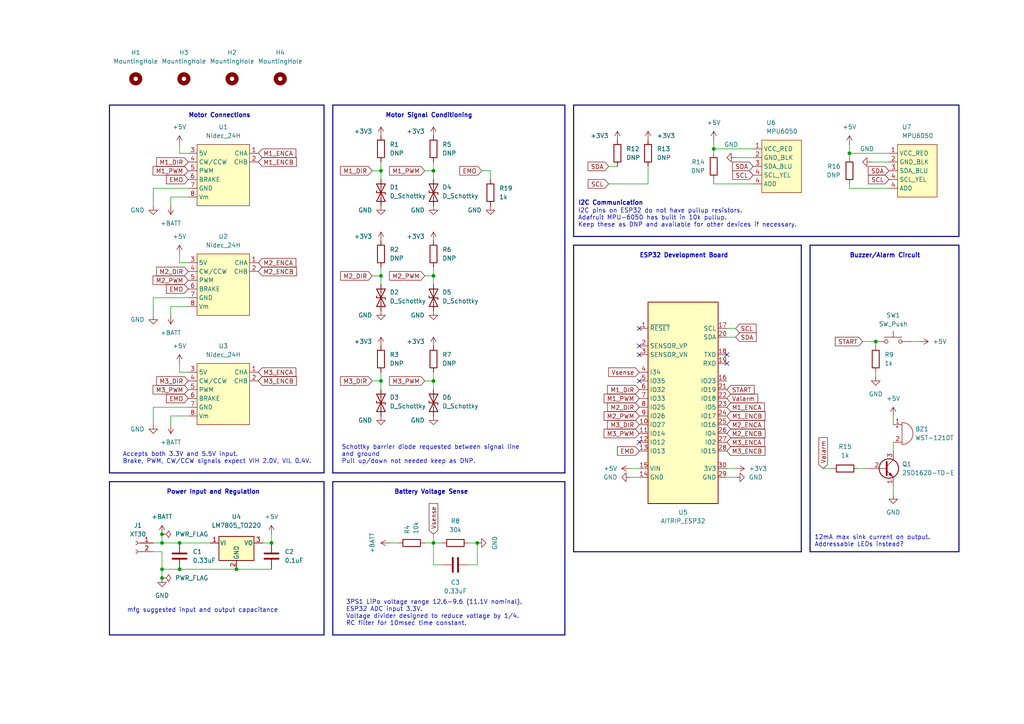
<source format=kicad_sch>
(kicad_sch (version 20211123) (generator eeschema)

  (uuid aab3ca8f-efcc-4e75-b730-8cebf4ea9f89)

  (paper "A4")

  (lib_symbols
    (symbol "Connector:Conn_01x02_Female" (pin_names (offset 1.016) hide) (in_bom yes) (on_board yes)
      (property "Reference" "J" (id 0) (at 0 2.54 0)
        (effects (font (size 1.27 1.27)))
      )
      (property "Value" "Conn_01x02_Female" (id 1) (at 0 -5.08 0)
        (effects (font (size 1.27 1.27)))
      )
      (property "Footprint" "" (id 2) (at 0 0 0)
        (effects (font (size 1.27 1.27)) hide)
      )
      (property "Datasheet" "~" (id 3) (at 0 0 0)
        (effects (font (size 1.27 1.27)) hide)
      )
      (property "ki_keywords" "connector" (id 4) (at 0 0 0)
        (effects (font (size 1.27 1.27)) hide)
      )
      (property "ki_description" "Generic connector, single row, 01x02, script generated (kicad-library-utils/schlib/autogen/connector/)" (id 5) (at 0 0 0)
        (effects (font (size 1.27 1.27)) hide)
      )
      (property "ki_fp_filters" "Connector*:*_1x??_*" (id 6) (at 0 0 0)
        (effects (font (size 1.27 1.27)) hide)
      )
      (symbol "Conn_01x02_Female_1_1"
        (arc (start 0 -2.032) (mid -0.508 -2.54) (end 0 -3.048)
          (stroke (width 0.1524) (type default) (color 0 0 0 0))
          (fill (type none))
        )
        (polyline
          (pts
            (xy -1.27 -2.54)
            (xy -0.508 -2.54)
          )
          (stroke (width 0.1524) (type default) (color 0 0 0 0))
          (fill (type none))
        )
        (polyline
          (pts
            (xy -1.27 0)
            (xy -0.508 0)
          )
          (stroke (width 0.1524) (type default) (color 0 0 0 0))
          (fill (type none))
        )
        (arc (start 0 0.508) (mid -0.508 0) (end 0 -0.508)
          (stroke (width 0.1524) (type default) (color 0 0 0 0))
          (fill (type none))
        )
        (pin passive line (at -5.08 0 0) (length 3.81)
          (name "Pin_1" (effects (font (size 1.27 1.27))))
          (number "1" (effects (font (size 1.27 1.27))))
        )
        (pin passive line (at -5.08 -2.54 0) (length 3.81)
          (name "Pin_2" (effects (font (size 1.27 1.27))))
          (number "2" (effects (font (size 1.27 1.27))))
        )
      )
    )
    (symbol "Device:Buzzer" (pin_names (offset 0.0254) hide) (in_bom yes) (on_board yes)
      (property "Reference" "BZ" (id 0) (at 3.81 1.27 0)
        (effects (font (size 1.27 1.27)) (justify left))
      )
      (property "Value" "Buzzer" (id 1) (at 3.81 -1.27 0)
        (effects (font (size 1.27 1.27)) (justify left))
      )
      (property "Footprint" "" (id 2) (at -0.635 2.54 90)
        (effects (font (size 1.27 1.27)) hide)
      )
      (property "Datasheet" "~" (id 3) (at -0.635 2.54 90)
        (effects (font (size 1.27 1.27)) hide)
      )
      (property "ki_keywords" "quartz resonator ceramic" (id 4) (at 0 0 0)
        (effects (font (size 1.27 1.27)) hide)
      )
      (property "ki_description" "Buzzer, polarized" (id 5) (at 0 0 0)
        (effects (font (size 1.27 1.27)) hide)
      )
      (property "ki_fp_filters" "*Buzzer*" (id 6) (at 0 0 0)
        (effects (font (size 1.27 1.27)) hide)
      )
      (symbol "Buzzer_0_1"
        (arc (start 0 -3.175) (mid 3.175 0) (end 0 3.175)
          (stroke (width 0) (type default) (color 0 0 0 0))
          (fill (type none))
        )
        (polyline
          (pts
            (xy -1.651 1.905)
            (xy -1.143 1.905)
          )
          (stroke (width 0) (type default) (color 0 0 0 0))
          (fill (type none))
        )
        (polyline
          (pts
            (xy -1.397 2.159)
            (xy -1.397 1.651)
          )
          (stroke (width 0) (type default) (color 0 0 0 0))
          (fill (type none))
        )
        (polyline
          (pts
            (xy 0 3.175)
            (xy 0 -3.175)
          )
          (stroke (width 0) (type default) (color 0 0 0 0))
          (fill (type none))
        )
      )
      (symbol "Buzzer_1_1"
        (pin passive line (at -2.54 2.54 0) (length 2.54)
          (name "-" (effects (font (size 1.27 1.27))))
          (number "1" (effects (font (size 1.27 1.27))))
        )
        (pin passive line (at -2.54 -2.54 0) (length 2.54)
          (name "+" (effects (font (size 1.27 1.27))))
          (number "2" (effects (font (size 1.27 1.27))))
        )
      )
    )
    (symbol "Device:C" (pin_numbers hide) (pin_names (offset 0.254)) (in_bom yes) (on_board yes)
      (property "Reference" "C" (id 0) (at 0.635 2.54 0)
        (effects (font (size 1.27 1.27)) (justify left))
      )
      (property "Value" "C" (id 1) (at 0.635 -2.54 0)
        (effects (font (size 1.27 1.27)) (justify left))
      )
      (property "Footprint" "" (id 2) (at 0.9652 -3.81 0)
        (effects (font (size 1.27 1.27)) hide)
      )
      (property "Datasheet" "~" (id 3) (at 0 0 0)
        (effects (font (size 1.27 1.27)) hide)
      )
      (property "ki_keywords" "cap capacitor" (id 4) (at 0 0 0)
        (effects (font (size 1.27 1.27)) hide)
      )
      (property "ki_description" "Unpolarized capacitor" (id 5) (at 0 0 0)
        (effects (font (size 1.27 1.27)) hide)
      )
      (property "ki_fp_filters" "C_*" (id 6) (at 0 0 0)
        (effects (font (size 1.27 1.27)) hide)
      )
      (symbol "C_0_1"
        (polyline
          (pts
            (xy -2.032 -0.762)
            (xy 2.032 -0.762)
          )
          (stroke (width 0.508) (type default) (color 0 0 0 0))
          (fill (type none))
        )
        (polyline
          (pts
            (xy -2.032 0.762)
            (xy 2.032 0.762)
          )
          (stroke (width 0.508) (type default) (color 0 0 0 0))
          (fill (type none))
        )
      )
      (symbol "C_1_1"
        (pin passive line (at 0 3.81 270) (length 2.794)
          (name "~" (effects (font (size 1.27 1.27))))
          (number "1" (effects (font (size 1.27 1.27))))
        )
        (pin passive line (at 0 -3.81 90) (length 2.794)
          (name "~" (effects (font (size 1.27 1.27))))
          (number "2" (effects (font (size 1.27 1.27))))
        )
      )
    )
    (symbol "Device:D_TVS" (pin_numbers hide) (pin_names (offset 1.016) hide) (in_bom yes) (on_board yes)
      (property "Reference" "D" (id 0) (at 0 2.54 0)
        (effects (font (size 1.27 1.27)))
      )
      (property "Value" "D_TVS" (id 1) (at 0 -2.54 0)
        (effects (font (size 1.27 1.27)))
      )
      (property "Footprint" "" (id 2) (at 0 0 0)
        (effects (font (size 1.27 1.27)) hide)
      )
      (property "Datasheet" "~" (id 3) (at 0 0 0)
        (effects (font (size 1.27 1.27)) hide)
      )
      (property "ki_keywords" "diode TVS thyrector" (id 4) (at 0 0 0)
        (effects (font (size 1.27 1.27)) hide)
      )
      (property "ki_description" "Bidirectional transient-voltage-suppression diode" (id 5) (at 0 0 0)
        (effects (font (size 1.27 1.27)) hide)
      )
      (property "ki_fp_filters" "TO-???* *_Diode_* *SingleDiode* D_*" (id 6) (at 0 0 0)
        (effects (font (size 1.27 1.27)) hide)
      )
      (symbol "D_TVS_0_1"
        (polyline
          (pts
            (xy 1.27 0)
            (xy -1.27 0)
          )
          (stroke (width 0) (type default) (color 0 0 0 0))
          (fill (type none))
        )
        (polyline
          (pts
            (xy 0.508 1.27)
            (xy 0 1.27)
            (xy 0 -1.27)
            (xy -0.508 -1.27)
          )
          (stroke (width 0.254) (type default) (color 0 0 0 0))
          (fill (type none))
        )
        (polyline
          (pts
            (xy -2.54 1.27)
            (xy -2.54 -1.27)
            (xy 2.54 1.27)
            (xy 2.54 -1.27)
            (xy -2.54 1.27)
          )
          (stroke (width 0.254) (type default) (color 0 0 0 0))
          (fill (type none))
        )
      )
      (symbol "D_TVS_1_1"
        (pin passive line (at -3.81 0 0) (length 2.54)
          (name "A1" (effects (font (size 1.27 1.27))))
          (number "1" (effects (font (size 1.27 1.27))))
        )
        (pin passive line (at 3.81 0 180) (length 2.54)
          (name "A2" (effects (font (size 1.27 1.27))))
          (number "2" (effects (font (size 1.27 1.27))))
        )
      )
    )
    (symbol "Device:R" (pin_numbers hide) (pin_names (offset 0)) (in_bom yes) (on_board yes)
      (property "Reference" "R" (id 0) (at 2.032 0 90)
        (effects (font (size 1.27 1.27)))
      )
      (property "Value" "R" (id 1) (at 0 0 90)
        (effects (font (size 1.27 1.27)))
      )
      (property "Footprint" "" (id 2) (at -1.778 0 90)
        (effects (font (size 1.27 1.27)) hide)
      )
      (property "Datasheet" "~" (id 3) (at 0 0 0)
        (effects (font (size 1.27 1.27)) hide)
      )
      (property "ki_keywords" "R res resistor" (id 4) (at 0 0 0)
        (effects (font (size 1.27 1.27)) hide)
      )
      (property "ki_description" "Resistor" (id 5) (at 0 0 0)
        (effects (font (size 1.27 1.27)) hide)
      )
      (property "ki_fp_filters" "R_*" (id 6) (at 0 0 0)
        (effects (font (size 1.27 1.27)) hide)
      )
      (symbol "R_0_1"
        (rectangle (start -1.016 -2.54) (end 1.016 2.54)
          (stroke (width 0.254) (type default) (color 0 0 0 0))
          (fill (type none))
        )
      )
      (symbol "R_1_1"
        (pin passive line (at 0 3.81 270) (length 1.27)
          (name "~" (effects (font (size 1.27 1.27))))
          (number "1" (effects (font (size 1.27 1.27))))
        )
        (pin passive line (at 0 -3.81 90) (length 1.27)
          (name "~" (effects (font (size 1.27 1.27))))
          (number "2" (effects (font (size 1.27 1.27))))
        )
      )
    )
    (symbol "Mechanical:MountingHole" (pin_names (offset 1.016)) (in_bom yes) (on_board yes)
      (property "Reference" "H" (id 0) (at 0 5.08 0)
        (effects (font (size 1.27 1.27)))
      )
      (property "Value" "MountingHole" (id 1) (at 0 3.175 0)
        (effects (font (size 1.27 1.27)))
      )
      (property "Footprint" "" (id 2) (at 0 0 0)
        (effects (font (size 1.27 1.27)) hide)
      )
      (property "Datasheet" "~" (id 3) (at 0 0 0)
        (effects (font (size 1.27 1.27)) hide)
      )
      (property "ki_keywords" "mounting hole" (id 4) (at 0 0 0)
        (effects (font (size 1.27 1.27)) hide)
      )
      (property "ki_description" "Mounting Hole without connection" (id 5) (at 0 0 0)
        (effects (font (size 1.27 1.27)) hide)
      )
      (property "ki_fp_filters" "MountingHole*" (id 6) (at 0 0 0)
        (effects (font (size 1.27 1.27)) hide)
      )
      (symbol "MountingHole_0_1"
        (circle (center 0 0) (radius 1.27)
          (stroke (width 1.27) (type default) (color 0 0 0 0))
          (fill (type none))
        )
      )
    )
    (symbol "Regulator_Linear:LM7805_TO220" (pin_names (offset 0.254)) (in_bom yes) (on_board yes)
      (property "Reference" "U" (id 0) (at -3.81 3.175 0)
        (effects (font (size 1.27 1.27)))
      )
      (property "Value" "LM7805_TO220" (id 1) (at 0 3.175 0)
        (effects (font (size 1.27 1.27)) (justify left))
      )
      (property "Footprint" "Package_TO_SOT_THT:TO-220-3_Vertical" (id 2) (at 0 5.715 0)
        (effects (font (size 1.27 1.27) italic) hide)
      )
      (property "Datasheet" "https://www.onsemi.cn/PowerSolutions/document/MC7800-D.PDF" (id 3) (at 0 -1.27 0)
        (effects (font (size 1.27 1.27)) hide)
      )
      (property "ki_keywords" "Voltage Regulator 1A Positive" (id 4) (at 0 0 0)
        (effects (font (size 1.27 1.27)) hide)
      )
      (property "ki_description" "Positive 1A 35V Linear Regulator, Fixed Output 5V, TO-220" (id 5) (at 0 0 0)
        (effects (font (size 1.27 1.27)) hide)
      )
      (property "ki_fp_filters" "TO?220*" (id 6) (at 0 0 0)
        (effects (font (size 1.27 1.27)) hide)
      )
      (symbol "LM7805_TO220_0_1"
        (rectangle (start -5.08 1.905) (end 5.08 -5.08)
          (stroke (width 0.254) (type default) (color 0 0 0 0))
          (fill (type background))
        )
      )
      (symbol "LM7805_TO220_1_1"
        (pin power_in line (at -7.62 0 0) (length 2.54)
          (name "VI" (effects (font (size 1.27 1.27))))
          (number "1" (effects (font (size 1.27 1.27))))
        )
        (pin power_in line (at 0 -7.62 90) (length 2.54)
          (name "GND" (effects (font (size 1.27 1.27))))
          (number "2" (effects (font (size 1.27 1.27))))
        )
        (pin power_out line (at 7.62 0 180) (length 2.54)
          (name "VO" (effects (font (size 1.27 1.27))))
          (number "3" (effects (font (size 1.27 1.27))))
        )
      )
    )
    (symbol "Switch:SW_Push" (pin_numbers hide) (pin_names (offset 1.016) hide) (in_bom yes) (on_board yes)
      (property "Reference" "SW" (id 0) (at 1.27 2.54 0)
        (effects (font (size 1.27 1.27)) (justify left))
      )
      (property "Value" "SW_Push" (id 1) (at 0 -1.524 0)
        (effects (font (size 1.27 1.27)))
      )
      (property "Footprint" "" (id 2) (at 0 5.08 0)
        (effects (font (size 1.27 1.27)) hide)
      )
      (property "Datasheet" "~" (id 3) (at 0 5.08 0)
        (effects (font (size 1.27 1.27)) hide)
      )
      (property "ki_keywords" "switch normally-open pushbutton push-button" (id 4) (at 0 0 0)
        (effects (font (size 1.27 1.27)) hide)
      )
      (property "ki_description" "Push button switch, generic, two pins" (id 5) (at 0 0 0)
        (effects (font (size 1.27 1.27)) hide)
      )
      (symbol "SW_Push_0_1"
        (circle (center -2.032 0) (radius 0.508)
          (stroke (width 0) (type default) (color 0 0 0 0))
          (fill (type none))
        )
        (polyline
          (pts
            (xy 0 1.27)
            (xy 0 3.048)
          )
          (stroke (width 0) (type default) (color 0 0 0 0))
          (fill (type none))
        )
        (polyline
          (pts
            (xy 2.54 1.27)
            (xy -2.54 1.27)
          )
          (stroke (width 0) (type default) (color 0 0 0 0))
          (fill (type none))
        )
        (circle (center 2.032 0) (radius 0.508)
          (stroke (width 0) (type default) (color 0 0 0 0))
          (fill (type none))
        )
        (pin passive line (at -5.08 0 0) (length 2.54)
          (name "1" (effects (font (size 1.27 1.27))))
          (number "1" (effects (font (size 1.27 1.27))))
        )
        (pin passive line (at 5.08 0 180) (length 2.54)
          (name "2" (effects (font (size 1.27 1.27))))
          (number "2" (effects (font (size 1.27 1.27))))
        )
      )
    )
    (symbol "Symbol_Library:AITRIP_ESP32" (in_bom yes) (on_board yes)
      (property "Reference" "U" (id 0) (at -8.89 0 0)
        (effects (font (size 1.27 1.27)))
      )
      (property "Value" "AITRIP_ESP32" (id 1) (at 0 -62.23 0)
        (effects (font (size 1.27 1.27)))
      )
      (property "Footprint" "" (id 2) (at 0 0 0)
        (effects (font (size 1.27 1.27)) hide)
      )
      (property "Datasheet" "" (id 3) (at 0 0 0)
        (effects (font (size 1.27 1.27)) hide)
      )
      (symbol "AITRIP_ESP32_0_1"
        (rectangle (start -10.16 -2.54) (end 10.16 -60.96)
          (stroke (width 0.254) (type default) (color 0 0 0 0))
          (fill (type background))
        )
      )
      (symbol "AITRIP_ESP32_1_1"
        (pin input line (at -12.7 -10.16 0) (length 2.54)
          (name "~{RESET}" (effects (font (size 1.27 1.27))))
          (number "1" (effects (font (size 1.27 1.27))))
        )
        (pin bidirectional line (at -12.7 -38.1 0) (length 2.54)
          (name "IO27" (effects (font (size 1.27 1.27))))
          (number "10" (effects (font (size 1.27 1.27))))
        )
        (pin bidirectional line (at -12.7 -40.64 0) (length 2.54)
          (name "IO14" (effects (font (size 1.27 1.27))))
          (number "11" (effects (font (size 1.27 1.27))))
        )
        (pin bidirectional line (at -12.7 -43.18 0) (length 2.54)
          (name "IO12" (effects (font (size 1.27 1.27))))
          (number "12" (effects (font (size 1.27 1.27))))
        )
        (pin bidirectional line (at -12.7 -45.72 0) (length 2.54)
          (name "IO13" (effects (font (size 1.27 1.27))))
          (number "13" (effects (font (size 1.27 1.27))))
        )
        (pin power_in line (at -12.7 -53.34 0) (length 2.54)
          (name "GND" (effects (font (size 1.27 1.27))))
          (number "14" (effects (font (size 1.27 1.27))))
        )
        (pin power_in line (at -12.7 -50.8 0) (length 2.54)
          (name "VIN" (effects (font (size 1.27 1.27))))
          (number "15" (effects (font (size 1.27 1.27))))
        )
        (pin bidirectional line (at 12.7 -25.4 180) (length 2.54)
          (name "IO23" (effects (font (size 1.27 1.27))))
          (number "16" (effects (font (size 1.27 1.27))))
        )
        (pin bidirectional line (at 12.7 -10.16 180) (length 2.54)
          (name "SCL" (effects (font (size 1.27 1.27))))
          (number "17" (effects (font (size 1.27 1.27))))
        )
        (pin bidirectional line (at 12.7 -17.78 180) (length 2.54)
          (name "TXD" (effects (font (size 1.27 1.27))))
          (number "18" (effects (font (size 1.27 1.27))))
        )
        (pin bidirectional line (at 12.7 -20.32 180) (length 2.54)
          (name "RXD" (effects (font (size 1.27 1.27))))
          (number "19" (effects (font (size 1.27 1.27))))
        )
        (pin input line (at -12.7 -15.24 0) (length 2.54)
          (name "SENSOR_VP" (effects (font (size 1.27 1.27))))
          (number "2" (effects (font (size 1.27 1.27))))
        )
        (pin bidirectional line (at 12.7 -12.7 180) (length 2.54)
          (name "SDA" (effects (font (size 1.27 1.27))))
          (number "20" (effects (font (size 1.27 1.27))))
        )
        (pin bidirectional line (at 12.7 -27.94 180) (length 2.54)
          (name "IO19" (effects (font (size 1.27 1.27))))
          (number "21" (effects (font (size 1.27 1.27))))
        )
        (pin bidirectional line (at 12.7 -30.48 180) (length 2.54)
          (name "IO18" (effects (font (size 1.27 1.27))))
          (number "22" (effects (font (size 1.27 1.27))))
        )
        (pin bidirectional line (at 12.7 -33.02 180) (length 2.54)
          (name "IO5" (effects (font (size 1.27 1.27))))
          (number "23" (effects (font (size 1.27 1.27))))
        )
        (pin bidirectional line (at 12.7 -35.56 180) (length 2.54)
          (name "IO17" (effects (font (size 1.27 1.27))))
          (number "24" (effects (font (size 1.27 1.27))))
        )
        (pin bidirectional line (at 12.7 -38.1 180) (length 2.54)
          (name "IO16" (effects (font (size 1.27 1.27))))
          (number "25" (effects (font (size 1.27 1.27))))
        )
        (pin bidirectional line (at 12.7 -40.64 180) (length 2.54)
          (name "IO4" (effects (font (size 1.27 1.27))))
          (number "26" (effects (font (size 1.27 1.27))))
        )
        (pin bidirectional line (at 12.7 -43.18 180) (length 2.54)
          (name "IO2" (effects (font (size 1.27 1.27))))
          (number "27" (effects (font (size 1.27 1.27))))
        )
        (pin bidirectional line (at 12.7 -45.72 180) (length 2.54)
          (name "IO15" (effects (font (size 1.27 1.27))))
          (number "28" (effects (font (size 1.27 1.27))))
        )
        (pin power_in line (at 12.7 -53.34 180) (length 2.54)
          (name "GND" (effects (font (size 1.27 1.27))))
          (number "29" (effects (font (size 1.27 1.27))))
        )
        (pin input line (at -12.7 -17.78 0) (length 2.54)
          (name "SENSOR_VN" (effects (font (size 1.27 1.27))))
          (number "3" (effects (font (size 1.27 1.27))))
        )
        (pin power_out line (at 12.7 -50.8 180) (length 2.54)
          (name "3V3" (effects (font (size 1.27 1.27))))
          (number "30" (effects (font (size 1.27 1.27))))
        )
        (pin input line (at -12.7 -22.86 0) (length 2.54)
          (name "I34" (effects (font (size 1.27 1.27))))
          (number "4" (effects (font (size 1.27 1.27))))
        )
        (pin bidirectional line (at -12.7 -25.4 0) (length 2.54)
          (name "IO35" (effects (font (size 1.27 1.27))))
          (number "5" (effects (font (size 1.27 1.27))))
        )
        (pin bidirectional line (at -12.7 -27.94 0) (length 2.54)
          (name "IO32" (effects (font (size 1.27 1.27))))
          (number "6" (effects (font (size 1.27 1.27))))
        )
        (pin bidirectional line (at -12.7 -30.48 0) (length 2.54)
          (name "IO33" (effects (font (size 1.27 1.27))))
          (number "7" (effects (font (size 1.27 1.27))))
        )
        (pin bidirectional line (at -12.7 -33.02 0) (length 2.54)
          (name "IO25" (effects (font (size 1.27 1.27))))
          (number "8" (effects (font (size 1.27 1.27))))
        )
        (pin bidirectional line (at -12.7 -35.56 0) (length 2.54)
          (name "IO26" (effects (font (size 1.27 1.27))))
          (number "9" (effects (font (size 1.27 1.27))))
        )
      )
    )
    (symbol "Symbol_Library:AdaFruit_MPU6050" (in_bom yes) (on_board yes)
      (property "Reference" "U?" (id 0) (at -3.81 0 0)
        (effects (font (size 1.27 1.27)) (justify left))
      )
      (property "Value" "MPU6050" (id 1) (at -3.81 -2.54 0)
        (effects (font (size 1.27 1.27)) (justify left))
      )
      (property "Footprint" "" (id 2) (at 0 0 0)
        (effects (font (size 1.27 1.27)) hide)
      )
      (property "Datasheet" "" (id 3) (at 0 0 0)
        (effects (font (size 1.27 1.27)) hide)
      )
      (symbol "AdaFruit_MPU6050_0_1"
        (rectangle (start -5.08 -5.08) (end 6.35 -20.32)
          (stroke (width 0) (type default) (color 0 0 0 0))
          (fill (type background))
        )
      )
      (symbol "AdaFruit_MPU6050_1_1"
        (pin input line (at -7.62 -7.62 0) (length 2.54)
          (name "VCC_RED" (effects (font (size 1.27 1.27))))
          (number "1" (effects (font (size 1.27 1.27))))
        )
        (pin input line (at -7.62 -10.16 0) (length 2.54)
          (name "GND_BLK" (effects (font (size 1.27 1.27))))
          (number "2" (effects (font (size 1.27 1.27))))
        )
        (pin input line (at -7.62 -12.7 0) (length 2.54)
          (name "SDA_BLU" (effects (font (size 1.27 1.27))))
          (number "3" (effects (font (size 1.27 1.27))))
        )
        (pin input line (at -7.62 -17.78 0) (length 2.54)
          (name "AD0" (effects (font (size 1.27 1.27))))
          (number "4" (effects (font (size 1.27 1.27))))
        )
        (pin input line (at -7.62 -15.24 0) (length 2.54)
          (name "SCL_YEL" (effects (font (size 1.27 1.27))))
          (number "4" (effects (font (size 1.27 1.27))))
        )
      )
    )
    (symbol "Symbol_Library:Nidec_24H" (in_bom yes) (on_board yes)
      (property "Reference" "U" (id 0) (at 0 0 0)
        (effects (font (size 1.27 1.27)))
      )
      (property "Value" "Nidec_24H" (id 1) (at 0 -2.54 0)
        (effects (font (size 1.27 1.27)))
      )
      (property "Footprint" "" (id 2) (at 0 0 0)
        (effects (font (size 1.27 1.27)) hide)
      )
      (property "Datasheet" "" (id 3) (at 0 0 0)
        (effects (font (size 1.27 1.27)) hide)
      )
      (symbol "Nidec_24H_0_1"
        (rectangle (start -7.62 -5.08) (end 7.62 -22.86)
          (stroke (width 0) (type default) (color 0 0 0 0))
          (fill (type background))
        )
      )
      (symbol "Nidec_24H_1_1"
        (pin output line (at 10.16 -7.62 180) (length 2.54)
          (name "CHA" (effects (font (size 1.27 1.27))))
          (number "1" (effects (font (size 1.27 1.27))))
        )
        (pin output line (at 10.16 -10.16 180) (length 2.54)
          (name "CHB" (effects (font (size 1.27 1.27))))
          (number "2" (effects (font (size 1.27 1.27))))
        )
        (pin input line (at -10.16 -7.62 0) (length 2.54)
          (name "5V" (effects (font (size 1.27 1.27))))
          (number "3" (effects (font (size 1.27 1.27))))
        )
        (pin input line (at -10.16 -10.16 0) (length 2.54)
          (name "CW/CCW" (effects (font (size 1.27 1.27))))
          (number "4" (effects (font (size 1.27 1.27))))
        )
        (pin input line (at -10.16 -12.7 0) (length 2.54)
          (name "PWM" (effects (font (size 1.27 1.27))))
          (number "5" (effects (font (size 1.27 1.27))))
        )
        (pin input line (at -10.16 -15.24 0) (length 2.54)
          (name "BRAKE" (effects (font (size 1.27 1.27))))
          (number "6" (effects (font (size 1.27 1.27))))
        )
        (pin input line (at -10.16 -17.78 0) (length 2.54)
          (name "GND" (effects (font (size 1.27 1.27))))
          (number "7" (effects (font (size 1.27 1.27))))
        )
        (pin input line (at -10.16 -20.32 0) (length 2.54)
          (name "Vm" (effects (font (size 1.27 1.27))))
          (number "8" (effects (font (size 1.27 1.27))))
        )
      )
    )
    (symbol "Transistor_BJT:2N3904" (pin_names (offset 0) hide) (in_bom yes) (on_board yes)
      (property "Reference" "Q" (id 0) (at 5.08 1.905 0)
        (effects (font (size 1.27 1.27)) (justify left))
      )
      (property "Value" "2N3904" (id 1) (at 5.08 0 0)
        (effects (font (size 1.27 1.27)) (justify left))
      )
      (property "Footprint" "Package_TO_SOT_THT:TO-92_Inline" (id 2) (at 5.08 -1.905 0)
        (effects (font (size 1.27 1.27) italic) (justify left) hide)
      )
      (property "Datasheet" "https://www.onsemi.com/pub/Collateral/2N3903-D.PDF" (id 3) (at 0 0 0)
        (effects (font (size 1.27 1.27)) (justify left) hide)
      )
      (property "ki_keywords" "NPN Transistor" (id 4) (at 0 0 0)
        (effects (font (size 1.27 1.27)) hide)
      )
      (property "ki_description" "0.2A Ic, 40V Vce, Small Signal NPN Transistor, TO-92" (id 5) (at 0 0 0)
        (effects (font (size 1.27 1.27)) hide)
      )
      (property "ki_fp_filters" "TO?92*" (id 6) (at 0 0 0)
        (effects (font (size 1.27 1.27)) hide)
      )
      (symbol "2N3904_0_1"
        (polyline
          (pts
            (xy 0.635 0.635)
            (xy 2.54 2.54)
          )
          (stroke (width 0) (type default) (color 0 0 0 0))
          (fill (type none))
        )
        (polyline
          (pts
            (xy 0.635 -0.635)
            (xy 2.54 -2.54)
            (xy 2.54 -2.54)
          )
          (stroke (width 0) (type default) (color 0 0 0 0))
          (fill (type none))
        )
        (polyline
          (pts
            (xy 0.635 1.905)
            (xy 0.635 -1.905)
            (xy 0.635 -1.905)
          )
          (stroke (width 0.508) (type default) (color 0 0 0 0))
          (fill (type none))
        )
        (polyline
          (pts
            (xy 1.27 -1.778)
            (xy 1.778 -1.27)
            (xy 2.286 -2.286)
            (xy 1.27 -1.778)
            (xy 1.27 -1.778)
          )
          (stroke (width 0) (type default) (color 0 0 0 0))
          (fill (type outline))
        )
        (circle (center 1.27 0) (radius 2.8194)
          (stroke (width 0.254) (type default) (color 0 0 0 0))
          (fill (type none))
        )
      )
      (symbol "2N3904_1_1"
        (pin passive line (at 2.54 -5.08 90) (length 2.54)
          (name "E" (effects (font (size 1.27 1.27))))
          (number "1" (effects (font (size 1.27 1.27))))
        )
        (pin passive line (at -5.08 0 0) (length 5.715)
          (name "B" (effects (font (size 1.27 1.27))))
          (number "2" (effects (font (size 1.27 1.27))))
        )
        (pin passive line (at 2.54 5.08 270) (length 2.54)
          (name "C" (effects (font (size 1.27 1.27))))
          (number "3" (effects (font (size 1.27 1.27))))
        )
      )
    )
    (symbol "power:+3V3" (power) (pin_names (offset 0)) (in_bom yes) (on_board yes)
      (property "Reference" "#PWR" (id 0) (at 0 -3.81 0)
        (effects (font (size 1.27 1.27)) hide)
      )
      (property "Value" "+3V3" (id 1) (at 0 3.556 0)
        (effects (font (size 1.27 1.27)))
      )
      (property "Footprint" "" (id 2) (at 0 0 0)
        (effects (font (size 1.27 1.27)) hide)
      )
      (property "Datasheet" "" (id 3) (at 0 0 0)
        (effects (font (size 1.27 1.27)) hide)
      )
      (property "ki_keywords" "power-flag" (id 4) (at 0 0 0)
        (effects (font (size 1.27 1.27)) hide)
      )
      (property "ki_description" "Power symbol creates a global label with name \"+3V3\"" (id 5) (at 0 0 0)
        (effects (font (size 1.27 1.27)) hide)
      )
      (symbol "+3V3_0_1"
        (polyline
          (pts
            (xy -0.762 1.27)
            (xy 0 2.54)
          )
          (stroke (width 0) (type default) (color 0 0 0 0))
          (fill (type none))
        )
        (polyline
          (pts
            (xy 0 0)
            (xy 0 2.54)
          )
          (stroke (width 0) (type default) (color 0 0 0 0))
          (fill (type none))
        )
        (polyline
          (pts
            (xy 0 2.54)
            (xy 0.762 1.27)
          )
          (stroke (width 0) (type default) (color 0 0 0 0))
          (fill (type none))
        )
      )
      (symbol "+3V3_1_1"
        (pin power_in line (at 0 0 90) (length 0) hide
          (name "+3V3" (effects (font (size 1.27 1.27))))
          (number "1" (effects (font (size 1.27 1.27))))
        )
      )
    )
    (symbol "power:+5V" (power) (pin_names (offset 0)) (in_bom yes) (on_board yes)
      (property "Reference" "#PWR" (id 0) (at 0 -3.81 0)
        (effects (font (size 1.27 1.27)) hide)
      )
      (property "Value" "+5V" (id 1) (at 0 3.556 0)
        (effects (font (size 1.27 1.27)))
      )
      (property "Footprint" "" (id 2) (at 0 0 0)
        (effects (font (size 1.27 1.27)) hide)
      )
      (property "Datasheet" "" (id 3) (at 0 0 0)
        (effects (font (size 1.27 1.27)) hide)
      )
      (property "ki_keywords" "power-flag" (id 4) (at 0 0 0)
        (effects (font (size 1.27 1.27)) hide)
      )
      (property "ki_description" "Power symbol creates a global label with name \"+5V\"" (id 5) (at 0 0 0)
        (effects (font (size 1.27 1.27)) hide)
      )
      (symbol "+5V_0_1"
        (polyline
          (pts
            (xy -0.762 1.27)
            (xy 0 2.54)
          )
          (stroke (width 0) (type default) (color 0 0 0 0))
          (fill (type none))
        )
        (polyline
          (pts
            (xy 0 0)
            (xy 0 2.54)
          )
          (stroke (width 0) (type default) (color 0 0 0 0))
          (fill (type none))
        )
        (polyline
          (pts
            (xy 0 2.54)
            (xy 0.762 1.27)
          )
          (stroke (width 0) (type default) (color 0 0 0 0))
          (fill (type none))
        )
      )
      (symbol "+5V_1_1"
        (pin power_in line (at 0 0 90) (length 0) hide
          (name "+5V" (effects (font (size 1.27 1.27))))
          (number "1" (effects (font (size 1.27 1.27))))
        )
      )
    )
    (symbol "power:+BATT" (power) (pin_names (offset 0)) (in_bom yes) (on_board yes)
      (property "Reference" "#PWR" (id 0) (at 0 -3.81 0)
        (effects (font (size 1.27 1.27)) hide)
      )
      (property "Value" "+BATT" (id 1) (at 0 3.556 0)
        (effects (font (size 1.27 1.27)))
      )
      (property "Footprint" "" (id 2) (at 0 0 0)
        (effects (font (size 1.27 1.27)) hide)
      )
      (property "Datasheet" "" (id 3) (at 0 0 0)
        (effects (font (size 1.27 1.27)) hide)
      )
      (property "ki_keywords" "power-flag battery" (id 4) (at 0 0 0)
        (effects (font (size 1.27 1.27)) hide)
      )
      (property "ki_description" "Power symbol creates a global label with name \"+BATT\"" (id 5) (at 0 0 0)
        (effects (font (size 1.27 1.27)) hide)
      )
      (symbol "+BATT_0_1"
        (polyline
          (pts
            (xy -0.762 1.27)
            (xy 0 2.54)
          )
          (stroke (width 0) (type default) (color 0 0 0 0))
          (fill (type none))
        )
        (polyline
          (pts
            (xy 0 0)
            (xy 0 2.54)
          )
          (stroke (width 0) (type default) (color 0 0 0 0))
          (fill (type none))
        )
        (polyline
          (pts
            (xy 0 2.54)
            (xy 0.762 1.27)
          )
          (stroke (width 0) (type default) (color 0 0 0 0))
          (fill (type none))
        )
      )
      (symbol "+BATT_1_1"
        (pin power_in line (at 0 0 90) (length 0) hide
          (name "+BATT" (effects (font (size 1.27 1.27))))
          (number "1" (effects (font (size 1.27 1.27))))
        )
      )
    )
    (symbol "power:GND" (power) (pin_names (offset 0)) (in_bom yes) (on_board yes)
      (property "Reference" "#PWR" (id 0) (at 0 -6.35 0)
        (effects (font (size 1.27 1.27)) hide)
      )
      (property "Value" "GND" (id 1) (at 0 -3.81 0)
        (effects (font (size 1.27 1.27)))
      )
      (property "Footprint" "" (id 2) (at 0 0 0)
        (effects (font (size 1.27 1.27)) hide)
      )
      (property "Datasheet" "" (id 3) (at 0 0 0)
        (effects (font (size 1.27 1.27)) hide)
      )
      (property "ki_keywords" "power-flag" (id 4) (at 0 0 0)
        (effects (font (size 1.27 1.27)) hide)
      )
      (property "ki_description" "Power symbol creates a global label with name \"GND\" , ground" (id 5) (at 0 0 0)
        (effects (font (size 1.27 1.27)) hide)
      )
      (symbol "GND_0_1"
        (polyline
          (pts
            (xy 0 0)
            (xy 0 -1.27)
            (xy 1.27 -1.27)
            (xy 0 -2.54)
            (xy -1.27 -1.27)
            (xy 0 -1.27)
          )
          (stroke (width 0) (type default) (color 0 0 0 0))
          (fill (type none))
        )
      )
      (symbol "GND_1_1"
        (pin power_in line (at 0 0 270) (length 0) hide
          (name "GND" (effects (font (size 1.27 1.27))))
          (number "1" (effects (font (size 1.27 1.27))))
        )
      )
    )
    (symbol "power:PWR_FLAG" (power) (pin_numbers hide) (pin_names (offset 0) hide) (in_bom yes) (on_board yes)
      (property "Reference" "#FLG" (id 0) (at 0 1.905 0)
        (effects (font (size 1.27 1.27)) hide)
      )
      (property "Value" "PWR_FLAG" (id 1) (at 0 3.81 0)
        (effects (font (size 1.27 1.27)))
      )
      (property "Footprint" "" (id 2) (at 0 0 0)
        (effects (font (size 1.27 1.27)) hide)
      )
      (property "Datasheet" "~" (id 3) (at 0 0 0)
        (effects (font (size 1.27 1.27)) hide)
      )
      (property "ki_keywords" "power-flag" (id 4) (at 0 0 0)
        (effects (font (size 1.27 1.27)) hide)
      )
      (property "ki_description" "Special symbol for telling ERC where power comes from" (id 5) (at 0 0 0)
        (effects (font (size 1.27 1.27)) hide)
      )
      (symbol "PWR_FLAG_0_0"
        (pin power_out line (at 0 0 90) (length 0)
          (name "pwr" (effects (font (size 1.27 1.27))))
          (number "1" (effects (font (size 1.27 1.27))))
        )
      )
      (symbol "PWR_FLAG_0_1"
        (polyline
          (pts
            (xy 0 0)
            (xy 0 1.27)
            (xy -1.016 1.905)
            (xy 0 2.54)
            (xy 1.016 1.905)
            (xy 0 1.27)
          )
          (stroke (width 0) (type default) (color 0 0 0 0))
          (fill (type none))
        )
      )
    )
  )


  (junction (at 78.74 157.48) (diameter 0) (color 0 0 0 0)
    (uuid 282587f1-6615-4d57-be71-94b09d533125)
  )
  (junction (at 110.49 80.01) (diameter 0) (color 0 0 0 0)
    (uuid 325f4e32-3e82-49f7-a0c0-1c6f6b84aa1a)
  )
  (junction (at 125.73 80.01) (diameter 0) (color 0 0 0 0)
    (uuid 388939d0-777d-44ee-a9f1-ef1e8f857002)
  )
  (junction (at 46.99 157.48) (diameter 0) (color 0 0 0 0)
    (uuid 3bec41dc-a31d-4023-882a-70cda71e4fa5)
  )
  (junction (at 52.07 165.1) (diameter 0) (color 0 0 0 0)
    (uuid 510f31c5-ed87-417e-98bb-ed0c9264e72c)
  )
  (junction (at 125.73 110.49) (diameter 0) (color 0 0 0 0)
    (uuid 63958a7b-b642-4f9e-89b1-0ba125f93cea)
  )
  (junction (at 110.49 49.53) (diameter 0) (color 0 0 0 0)
    (uuid 65f8585f-3eb3-47fc-902a-f850e0ea850e)
  )
  (junction (at 52.07 157.48) (diameter 0) (color 0 0 0 0)
    (uuid 6a22d224-b660-4c8b-922e-1bef35427f22)
  )
  (junction (at 246.38 44.45) (diameter 0) (color 0 0 0 0)
    (uuid 6f02ce4e-8bef-4a75-a5a7-605f2cf89f66)
  )
  (junction (at 207.01 43.18) (diameter 0) (color 0 0 0 0)
    (uuid 83680c14-85b0-492d-b0d8-8520f7706ad3)
  )
  (junction (at 125.73 157.48) (diameter 0) (color 0 0 0 0)
    (uuid 837f0575-fb96-4011-8eeb-552586bfb97f)
  )
  (junction (at 254 99.06) (diameter 0) (color 0 0 0 0)
    (uuid 914afe89-c494-4465-a981-b7771d07f75a)
  )
  (junction (at 138.43 157.48) (diameter 0) (color 0 0 0 0)
    (uuid 9a9b2bec-83f0-4eba-bf9d-01e3cec31653)
  )
  (junction (at 46.99 167.64) (diameter 0) (color 0 0 0 0)
    (uuid b8237d28-17c5-429d-ba12-02c384c650d4)
  )
  (junction (at 125.73 49.53) (diameter 0) (color 0 0 0 0)
    (uuid c4bc4f03-de1e-4c75-a27a-73dfb0217faa)
  )
  (junction (at 68.58 165.1) (diameter 0) (color 0 0 0 0)
    (uuid c7be2db9-1b22-455f-b50a-3fd16f177563)
  )
  (junction (at 46.99 165.1) (diameter 0) (color 0 0 0 0)
    (uuid e59ad8e7-7fc4-481e-946e-53b04bb2115a)
  )
  (junction (at 46.99 154.94) (diameter 0) (color 0 0 0 0)
    (uuid e682e880-a815-49f0-ac35-a757406fd1ce)
  )
  (junction (at 110.49 110.49) (diameter 0) (color 0 0 0 0)
    (uuid fc89b313-a0dc-4a88-888e-ad4ff2b9512a)
  )

  (no_connect (at 185.42 102.87) (uuid 01663502-3e4c-43bd-8686-79b91c4dbf3f))
  (no_connect (at 185.42 95.25) (uuid 01663502-3e4c-43bd-8686-79b91c4dbf40))
  (no_connect (at 185.42 110.49) (uuid 2706ffd7-9136-4b09-a34e-27a4420e955d))
  (no_connect (at 185.42 100.33) (uuid 8a772e04-12c8-4fc4-9499-80424ae2f91c))
  (no_connect (at 210.82 105.41) (uuid db6f7f46-f24c-4630-8b52-957919990f73))
  (no_connect (at 210.82 102.87) (uuid db6f7f46-f24c-4630-8b52-957919990f74))
  (no_connect (at 185.42 128.27) (uuid ea437823-8c68-4048-9f69-d55f9e56acc4))

  (wire (pts (xy 238.76 135.89) (xy 241.3 135.89))
    (stroke (width 0) (type default) (color 0 0 0 0))
    (uuid 011a211e-539b-4a79-b483-a93c29c07b0d)
  )
  (bus (pts (xy 96.52 139.7) (xy 163.83 139.7))
    (stroke (width 0) (type default) (color 0 0 0 0))
    (uuid 01fe071c-5fc3-4f44-ae73-b0602decc29e)
  )

  (wire (pts (xy 54.61 120.65) (xy 49.53 120.65))
    (stroke (width 0) (type default) (color 0 0 0 0))
    (uuid 03bfadaa-fb56-44de-b250-3b4e55c2acfe)
  )
  (bus (pts (xy 93.98 137.16) (xy 31.75 137.16))
    (stroke (width 0) (type default) (color 0 0 0 0))
    (uuid 0a309fcd-2a26-406a-b224-eb9cffbb19e6)
  )
  (bus (pts (xy 232.41 160.02) (xy 166.37 160.02))
    (stroke (width 0) (type default) (color 0 0 0 0))
    (uuid 0c845f0f-ae53-448e-8161-8bb278de9ab2)
  )

  (wire (pts (xy 123.19 80.01) (xy 125.73 80.01))
    (stroke (width 0) (type default) (color 0 0 0 0))
    (uuid 10034ebe-377c-46e0-a0ff-2ecd131dd509)
  )
  (bus (pts (xy 166.37 68.58) (xy 278.13 68.58))
    (stroke (width 0) (type default) (color 0 0 0 0))
    (uuid 10b9ec93-8622-4228-9104-b3258a1f96c4)
  )
  (bus (pts (xy 234.95 160.02) (xy 278.13 160.02))
    (stroke (width 0) (type default) (color 0 0 0 0))
    (uuid 10c2dbf3-1bda-4449-8770-308ff06e3d5e)
  )

  (wire (pts (xy 246.38 54.61) (xy 257.81 54.61))
    (stroke (width 0) (type default) (color 0 0 0 0))
    (uuid 110c3cdf-bfa5-4009-9511-a792a3fc2c44)
  )
  (wire (pts (xy 46.99 165.1) (xy 52.07 165.1))
    (stroke (width 0) (type default) (color 0 0 0 0))
    (uuid 11255abc-003d-4070-a1e9-8db46c558576)
  )
  (wire (pts (xy 182.88 135.89) (xy 185.42 135.89))
    (stroke (width 0) (type default) (color 0 0 0 0))
    (uuid 125633d0-04d5-47f1-929b-90533d52f289)
  )
  (bus (pts (xy 31.75 139.7) (xy 31.75 184.15))
    (stroke (width 0) (type default) (color 0 0 0 0))
    (uuid 13dceed7-b14f-4b73-8003-ffbfccb010e4)
  )

  (wire (pts (xy 125.73 49.53) (xy 125.73 52.07))
    (stroke (width 0) (type default) (color 0 0 0 0))
    (uuid 149f6cf4-df6b-4519-bc7e-c8e3d8507a76)
  )
  (wire (pts (xy 125.73 163.83) (xy 125.73 157.48))
    (stroke (width 0) (type default) (color 0 0 0 0))
    (uuid 172b6ea9-a9bf-430a-90f8-489d3950a97c)
  )
  (wire (pts (xy 52.07 165.1) (xy 68.58 165.1))
    (stroke (width 0) (type default) (color 0 0 0 0))
    (uuid 18aa5f37-5fc7-4099-9524-670cf1b1cb21)
  )
  (bus (pts (xy 96.52 184.15) (xy 163.83 184.15))
    (stroke (width 0) (type default) (color 0 0 0 0))
    (uuid 18bd9360-67eb-44eb-a30b-d110cd22f4cd)
  )

  (wire (pts (xy 252.73 46.99) (xy 257.81 46.99))
    (stroke (width 0) (type default) (color 0 0 0 0))
    (uuid 1b978e5d-2e3b-426e-9aeb-8e0810a12088)
  )
  (bus (pts (xy 232.41 71.12) (xy 232.41 160.02))
    (stroke (width 0) (type default) (color 0 0 0 0))
    (uuid 1be09f06-2c5a-4278-ae35-1bde0a846fce)
  )

  (wire (pts (xy 44.45 118.11) (xy 44.45 123.19))
    (stroke (width 0) (type default) (color 0 0 0 0))
    (uuid 1d96ae22-ecb2-4878-80f1-685dd0dce5ed)
  )
  (wire (pts (xy 259.08 120.65) (xy 259.08 123.19))
    (stroke (width 0) (type default) (color 0 0 0 0))
    (uuid 21ae29ab-0856-4fe3-88dc-6d10af9e7011)
  )
  (wire (pts (xy 78.74 157.48) (xy 78.74 154.94))
    (stroke (width 0) (type default) (color 0 0 0 0))
    (uuid 22a2e652-f123-4b08-b5a6-9a97baa29f2b)
  )
  (bus (pts (xy 166.37 71.12) (xy 166.37 160.02))
    (stroke (width 0) (type default) (color 0 0 0 0))
    (uuid 2525eb15-275e-40e9-83bb-8713fe61271d)
  )

  (wire (pts (xy 135.89 157.48) (xy 138.43 157.48))
    (stroke (width 0) (type default) (color 0 0 0 0))
    (uuid 2548be03-df5f-4211-8dc0-e82e648404d4)
  )
  (wire (pts (xy 54.61 88.9) (xy 49.53 88.9))
    (stroke (width 0) (type default) (color 0 0 0 0))
    (uuid 272ee452-5fc7-4599-bcaa-ee2fa145c41c)
  )
  (bus (pts (xy 278.13 68.58) (xy 278.13 30.48))
    (stroke (width 0) (type default) (color 0 0 0 0))
    (uuid 2e9b4ba3-ab5d-46cb-a34b-852dd96c65cf)
  )

  (wire (pts (xy 213.36 138.43) (xy 210.82 138.43))
    (stroke (width 0) (type default) (color 0 0 0 0))
    (uuid 2ea290b7-e6a9-4e6b-bfd5-d54b6dff4f7b)
  )
  (bus (pts (xy 31.75 139.7) (xy 93.98 139.7))
    (stroke (width 0) (type default) (color 0 0 0 0))
    (uuid 303744b7-4a95-4600-a4ba-c8200e1eab69)
  )

  (wire (pts (xy 46.99 165.1) (xy 46.99 167.64))
    (stroke (width 0) (type default) (color 0 0 0 0))
    (uuid 32c6c5f4-05ed-4199-9561-4a3a991e591e)
  )
  (wire (pts (xy 123.19 157.48) (xy 125.73 157.48))
    (stroke (width 0) (type default) (color 0 0 0 0))
    (uuid 3b62b8b2-84c8-448f-bb42-40a64cc8d4fd)
  )
  (bus (pts (xy 96.52 139.7) (xy 96.52 184.15))
    (stroke (width 0) (type default) (color 0 0 0 0))
    (uuid 3bb04853-8b23-4f25-b886-a3af3e7bfe30)
  )

  (wire (pts (xy 54.61 86.36) (xy 44.45 86.36))
    (stroke (width 0) (type default) (color 0 0 0 0))
    (uuid 3df84ed3-8879-4878-8eec-9d8b74a61ec0)
  )
  (wire (pts (xy 246.38 44.45) (xy 246.38 45.72))
    (stroke (width 0) (type default) (color 0 0 0 0))
    (uuid 3fd7c744-cac1-49c0-8b39-c0662a9cdaf9)
  )
  (wire (pts (xy 125.73 157.48) (xy 125.73 154.94))
    (stroke (width 0) (type default) (color 0 0 0 0))
    (uuid 48743632-dac5-4270-9f30-c4935a587ac0)
  )
  (wire (pts (xy 113.03 157.48) (xy 115.57 157.48))
    (stroke (width 0) (type default) (color 0 0 0 0))
    (uuid 4884bd24-d81d-410b-a164-6afd057d06a4)
  )
  (wire (pts (xy 246.38 41.91) (xy 246.38 44.45))
    (stroke (width 0) (type default) (color 0 0 0 0))
    (uuid 48d73dbf-f5db-4070-a2c2-f2f28e3e93d0)
  )
  (wire (pts (xy 266.7 99.06) (xy 264.16 99.06))
    (stroke (width 0) (type default) (color 0 0 0 0))
    (uuid 499240f8-8552-4e2e-afc3-f2cf56257e07)
  )
  (wire (pts (xy 49.53 88.9) (xy 49.53 91.44))
    (stroke (width 0) (type default) (color 0 0 0 0))
    (uuid 4dfdfef6-d1d0-49da-8e05-e1cb1351dd46)
  )
  (bus (pts (xy 166.37 30.48) (xy 166.37 68.58))
    (stroke (width 0) (type default) (color 0 0 0 0))
    (uuid 4ee3796a-6c9d-457a-95e4-2e1a99f42552)
  )

  (wire (pts (xy 44.45 160.02) (xy 46.99 160.02))
    (stroke (width 0) (type default) (color 0 0 0 0))
    (uuid 4fdd0856-e9a4-48df-8f2b-671a598cbf23)
  )
  (wire (pts (xy 46.99 160.02) (xy 46.99 165.1))
    (stroke (width 0) (type default) (color 0 0 0 0))
    (uuid 50e05ced-5105-4326-a50f-16befba6c5c9)
  )
  (wire (pts (xy 207.01 43.18) (xy 207.01 44.45))
    (stroke (width 0) (type default) (color 0 0 0 0))
    (uuid 58c97bbf-ea5a-4ba9-9d8e-2718fb8f0f71)
  )
  (wire (pts (xy 207.01 52.07) (xy 207.01 53.34))
    (stroke (width 0) (type default) (color 0 0 0 0))
    (uuid 5f6404aa-8437-498d-b294-d10cebe822cd)
  )
  (wire (pts (xy 54.61 57.15) (xy 49.53 57.15))
    (stroke (width 0) (type default) (color 0 0 0 0))
    (uuid 5fa4dfd3-8fbc-486c-ba49-8704f69c4f9d)
  )
  (wire (pts (xy 248.92 135.89) (xy 251.46 135.89))
    (stroke (width 0) (type default) (color 0 0 0 0))
    (uuid 60989740-aefb-40ae-993f-047e407860a3)
  )
  (wire (pts (xy 52.07 107.95) (xy 54.61 107.95))
    (stroke (width 0) (type default) (color 0 0 0 0))
    (uuid 61fbac46-ed73-40ad-be6d-7aa75f8f662b)
  )
  (wire (pts (xy 207.01 40.64) (xy 207.01 43.18))
    (stroke (width 0) (type default) (color 0 0 0 0))
    (uuid 624b6335-f3e5-4c4b-b4f5-086a3c06bcf8)
  )
  (wire (pts (xy 246.38 44.45) (xy 257.81 44.45))
    (stroke (width 0) (type default) (color 0 0 0 0))
    (uuid 634d401b-46ea-49be-bc46-49c48c6a1913)
  )
  (wire (pts (xy 123.19 49.53) (xy 125.73 49.53))
    (stroke (width 0) (type default) (color 0 0 0 0))
    (uuid 63c491a2-2efc-41d8-a104-2c7a0aec0342)
  )
  (wire (pts (xy 182.88 138.43) (xy 185.42 138.43))
    (stroke (width 0) (type default) (color 0 0 0 0))
    (uuid 64dfb05b-fdba-43a1-ac5f-0983e12afe86)
  )
  (bus (pts (xy 93.98 30.48) (xy 93.98 137.16))
    (stroke (width 0) (type default) (color 0 0 0 0))
    (uuid 6736da21-f38b-4788-aca2-2fad6142d480)
  )

  (wire (pts (xy 187.96 53.34) (xy 187.96 48.26))
    (stroke (width 0) (type default) (color 0 0 0 0))
    (uuid 6a2b74bf-a5bc-4b54-993c-29a41130a7e3)
  )
  (bus (pts (xy 93.98 139.7) (xy 93.98 184.15))
    (stroke (width 0) (type default) (color 0 0 0 0))
    (uuid 6a85870f-83a7-486e-a1c5-9f7fb51a5239)
  )

  (wire (pts (xy 52.07 105.41) (xy 52.07 107.95))
    (stroke (width 0) (type default) (color 0 0 0 0))
    (uuid 6bbccffe-ef83-4db5-8614-5b030231983d)
  )
  (bus (pts (xy 31.75 30.48) (xy 93.98 30.48))
    (stroke (width 0) (type default) (color 0 0 0 0))
    (uuid 6bbcf61c-5cd0-4060-8441-8febb1e7b2a7)
  )

  (wire (pts (xy 54.61 118.11) (xy 44.45 118.11))
    (stroke (width 0) (type default) (color 0 0 0 0))
    (uuid 6beb8251-76cb-41c8-9989-e5c869e462ab)
  )
  (wire (pts (xy 176.53 53.34) (xy 187.96 53.34))
    (stroke (width 0) (type default) (color 0 0 0 0))
    (uuid 6cf83772-e793-40f9-b926-62cba961fa5f)
  )
  (wire (pts (xy 110.49 110.49) (xy 110.49 107.95))
    (stroke (width 0) (type default) (color 0 0 0 0))
    (uuid 6ddfa40f-fce4-4d69-9930-c6a56ac06ebb)
  )
  (wire (pts (xy 125.73 110.49) (xy 125.73 113.03))
    (stroke (width 0) (type default) (color 0 0 0 0))
    (uuid 6f532592-93b6-4092-a831-11351c669b21)
  )
  (bus (pts (xy 31.75 137.16) (xy 31.75 30.48))
    (stroke (width 0) (type default) (color 0 0 0 0))
    (uuid 6f96f623-9aed-4d03-85c4-c0bf99ee6d8e)
  )

  (wire (pts (xy 107.95 49.53) (xy 110.49 49.53))
    (stroke (width 0) (type default) (color 0 0 0 0))
    (uuid 75698855-ca5a-43bc-b5f8-0f3c9c0bac0e)
  )
  (bus (pts (xy 234.95 71.12) (xy 278.13 71.12))
    (stroke (width 0) (type default) (color 0 0 0 0))
    (uuid 76e3ac9f-bc25-40f4-819b-1120ef00f77c)
  )
  (bus (pts (xy 234.95 71.12) (xy 234.95 160.02))
    (stroke (width 0) (type default) (color 0 0 0 0))
    (uuid 7dbe6710-46db-4d63-ac16-135632df069a)
  )

  (wire (pts (xy 49.53 57.15) (xy 49.53 59.69))
    (stroke (width 0) (type default) (color 0 0 0 0))
    (uuid 84ffaf56-91a3-4264-a0fc-50979a384a2a)
  )
  (wire (pts (xy 52.07 76.2) (xy 54.61 76.2))
    (stroke (width 0) (type default) (color 0 0 0 0))
    (uuid 861d777e-9b44-44e9-8088-4b3451f4d3f4)
  )
  (wire (pts (xy 213.36 97.79) (xy 210.82 97.79))
    (stroke (width 0) (type default) (color 0 0 0 0))
    (uuid 86b48495-fc7a-4e1b-8527-080a44cf14bc)
  )
  (wire (pts (xy 213.36 45.72) (xy 218.44 45.72))
    (stroke (width 0) (type default) (color 0 0 0 0))
    (uuid 87cac496-18e9-447f-846a-47167fe92974)
  )
  (wire (pts (xy 107.95 110.49) (xy 110.49 110.49))
    (stroke (width 0) (type default) (color 0 0 0 0))
    (uuid 88b53ed8-7a67-4683-a74c-c6a62c5ab618)
  )
  (bus (pts (xy 96.52 137.16) (xy 163.83 137.16))
    (stroke (width 0) (type default) (color 0 0 0 0))
    (uuid 8c0fb4a1-664c-4b59-a4d1-4bd96675e1aa)
  )

  (wire (pts (xy 110.49 52.07) (xy 110.49 49.53))
    (stroke (width 0) (type default) (color 0 0 0 0))
    (uuid 8dd933d7-1360-4455-8608-8c9412b1aa73)
  )
  (wire (pts (xy 176.53 48.26) (xy 179.07 48.26))
    (stroke (width 0) (type default) (color 0 0 0 0))
    (uuid 933ffbb3-b5d0-4edb-83ac-c46d7bef13a3)
  )
  (wire (pts (xy 125.73 157.48) (xy 128.27 157.48))
    (stroke (width 0) (type default) (color 0 0 0 0))
    (uuid 961d3803-734b-4f0f-9486-3c045cff86af)
  )
  (wire (pts (xy 128.27 163.83) (xy 125.73 163.83))
    (stroke (width 0) (type default) (color 0 0 0 0))
    (uuid 96958beb-0348-48b4-b2d5-b689a364449f)
  )
  (bus (pts (xy 163.83 184.15) (xy 163.83 139.7))
    (stroke (width 0) (type default) (color 0 0 0 0))
    (uuid 9764b5e5-94b5-459a-a54f-8056e8a2dee0)
  )

  (wire (pts (xy 107.95 80.01) (xy 110.49 80.01))
    (stroke (width 0) (type default) (color 0 0 0 0))
    (uuid 98e3e6ec-f864-47ce-a4fb-2882df7e95a0)
  )
  (wire (pts (xy 207.01 53.34) (xy 218.44 53.34))
    (stroke (width 0) (type default) (color 0 0 0 0))
    (uuid 9c0d9d61-65fe-4bba-b07a-09d80e4619fe)
  )
  (bus (pts (xy 163.83 137.16) (xy 163.83 30.48))
    (stroke (width 0) (type default) (color 0 0 0 0))
    (uuid 9e9cdc30-e6c5-44f2-9cf6-f9a2c1732144)
  )

  (wire (pts (xy 213.36 95.25) (xy 210.82 95.25))
    (stroke (width 0) (type default) (color 0 0 0 0))
    (uuid 9fd1fcca-8944-41be-9732-1c5cce565d4f)
  )
  (bus (pts (xy 166.37 71.12) (xy 232.41 71.12))
    (stroke (width 0) (type default) (color 0 0 0 0))
    (uuid a2e5005e-78c5-4224-a6eb-0543a5222254)
  )

  (wire (pts (xy 138.43 163.83) (xy 135.89 163.83))
    (stroke (width 0) (type default) (color 0 0 0 0))
    (uuid a6e9d078-f950-4b5f-9656-5fc560d72ba5)
  )
  (wire (pts (xy 139.7 49.53) (xy 142.24 49.53))
    (stroke (width 0) (type default) (color 0 0 0 0))
    (uuid a968a08a-3d79-4d26-b143-860a71149515)
  )
  (bus (pts (xy 278.13 160.02) (xy 278.13 71.12))
    (stroke (width 0) (type default) (color 0 0 0 0))
    (uuid ab3751ce-458e-406a-a492-e4e3689e066f)
  )
  (bus (pts (xy 93.98 184.15) (xy 31.75 184.15))
    (stroke (width 0) (type default) (color 0 0 0 0))
    (uuid ae12ad64-4834-45d0-881e-7c5803d431cb)
  )

  (wire (pts (xy 125.73 80.01) (xy 125.73 82.55))
    (stroke (width 0) (type default) (color 0 0 0 0))
    (uuid af80addf-9561-488f-826b-f140e0a65275)
  )
  (wire (pts (xy 52.07 41.91) (xy 52.07 44.45))
    (stroke (width 0) (type default) (color 0 0 0 0))
    (uuid b00fd0a5-113b-4cb6-9820-df09448771ab)
  )
  (wire (pts (xy 52.07 44.45) (xy 54.61 44.45))
    (stroke (width 0) (type default) (color 0 0 0 0))
    (uuid b01588f2-772d-4d9b-a342-6bbe4902c6f1)
  )
  (wire (pts (xy 68.58 165.1) (xy 78.74 165.1))
    (stroke (width 0) (type default) (color 0 0 0 0))
    (uuid b05ada4e-92d1-4684-a329-a5cd254d260d)
  )
  (wire (pts (xy 110.49 80.01) (xy 110.49 77.47))
    (stroke (width 0) (type default) (color 0 0 0 0))
    (uuid b2851c1d-b3ac-459d-b7c7-bbd424101e6e)
  )
  (wire (pts (xy 110.49 82.55) (xy 110.49 80.01))
    (stroke (width 0) (type default) (color 0 0 0 0))
    (uuid b5690fa6-535d-4a9d-8a6e-f2d5bfbd0340)
  )
  (wire (pts (xy 44.45 54.61) (xy 44.45 59.69))
    (stroke (width 0) (type default) (color 0 0 0 0))
    (uuid b6bba240-ccc7-46b5-80c5-74ac82f62bb2)
  )
  (wire (pts (xy 125.73 80.01) (xy 125.73 77.47))
    (stroke (width 0) (type default) (color 0 0 0 0))
    (uuid b75aab7f-4a20-420b-9451-7a62316cb372)
  )
  (wire (pts (xy 49.53 120.65) (xy 49.53 123.19))
    (stroke (width 0) (type default) (color 0 0 0 0))
    (uuid bab7c951-55ce-4ece-a715-bb863f5f0da9)
  )
  (wire (pts (xy 138.43 157.48) (xy 138.43 163.83))
    (stroke (width 0) (type default) (color 0 0 0 0))
    (uuid c001ab26-5293-4eee-831c-0b3cf82ad521)
  )
  (wire (pts (xy 76.2 157.48) (xy 78.74 157.48))
    (stroke (width 0) (type default) (color 0 0 0 0))
    (uuid c109af9f-344e-4330-8dbb-b052f2298fd0)
  )
  (wire (pts (xy 46.99 157.48) (xy 46.99 154.94))
    (stroke (width 0) (type default) (color 0 0 0 0))
    (uuid c314899c-eb24-42ee-91bf-6aa1f3e08e61)
  )
  (bus (pts (xy 166.37 30.48) (xy 278.13 30.48))
    (stroke (width 0) (type default) (color 0 0 0 0))
    (uuid c3953f0a-17c4-4b05-9548-2d8800b21737)
  )

  (wire (pts (xy 44.45 157.48) (xy 46.99 157.48))
    (stroke (width 0) (type default) (color 0 0 0 0))
    (uuid c65f1678-4af1-43ef-9484-c6c42944f6a1)
  )
  (wire (pts (xy 254 100.33) (xy 254 99.06))
    (stroke (width 0) (type default) (color 0 0 0 0))
    (uuid c68e40b9-5b04-4946-b054-3b8f5c8e5d06)
  )
  (wire (pts (xy 54.61 54.61) (xy 44.45 54.61))
    (stroke (width 0) (type default) (color 0 0 0 0))
    (uuid c6c3637f-1349-432e-a2a0-b60c2821aec8)
  )
  (wire (pts (xy 125.73 110.49) (xy 125.73 107.95))
    (stroke (width 0) (type default) (color 0 0 0 0))
    (uuid ca4e236d-024f-4766-be64-32f2dd4cbbb5)
  )
  (wire (pts (xy 259.08 128.27) (xy 259.08 130.81))
    (stroke (width 0) (type default) (color 0 0 0 0))
    (uuid cda88b28-aba6-4336-b364-4a66a0d2ceab)
  )
  (wire (pts (xy 259.08 140.97) (xy 259.08 143.51))
    (stroke (width 0) (type default) (color 0 0 0 0))
    (uuid ddc8d608-3c6a-4efd-bb38-d5bc0ee77062)
  )
  (wire (pts (xy 52.07 73.66) (xy 52.07 76.2))
    (stroke (width 0) (type default) (color 0 0 0 0))
    (uuid dfa50fe9-5f73-48f7-bb9e-740f09e3b283)
  )
  (wire (pts (xy 207.01 43.18) (xy 218.44 43.18))
    (stroke (width 0) (type default) (color 0 0 0 0))
    (uuid dff65968-4bde-4c42-83dd-7cf295f5f11d)
  )
  (wire (pts (xy 125.73 49.53) (xy 125.73 46.99))
    (stroke (width 0) (type default) (color 0 0 0 0))
    (uuid e11a6dec-fc8d-4d9f-8eac-257a18bec159)
  )
  (wire (pts (xy 123.19 110.49) (xy 125.73 110.49))
    (stroke (width 0) (type default) (color 0 0 0 0))
    (uuid e19a4f94-19fc-44b0-9d89-e003b9ee178c)
  )
  (wire (pts (xy 254 109.22) (xy 254 107.95))
    (stroke (width 0) (type default) (color 0 0 0 0))
    (uuid e1b57b76-c083-4473-97eb-6991cc137914)
  )
  (bus (pts (xy 96.52 30.48) (xy 96.52 137.16))
    (stroke (width 0) (type default) (color 0 0 0 0))
    (uuid e4468367-ab4f-4525-90af-8ceb4fd2a006)
  )
  (bus (pts (xy 163.83 30.48) (xy 96.52 30.48))
    (stroke (width 0) (type default) (color 0 0 0 0))
    (uuid e6846ba4-374c-4b95-9362-61eb8973643a)
  )

  (wire (pts (xy 46.99 157.48) (xy 52.07 157.48))
    (stroke (width 0) (type default) (color 0 0 0 0))
    (uuid e90af3a7-7df7-4e17-babf-04b83ec2b53f)
  )
  (wire (pts (xy 44.45 86.36) (xy 44.45 91.44))
    (stroke (width 0) (type default) (color 0 0 0 0))
    (uuid eacf6016-d4a3-45ee-bbb3-6664b2379ae2)
  )
  (wire (pts (xy 110.49 49.53) (xy 110.49 46.99))
    (stroke (width 0) (type default) (color 0 0 0 0))
    (uuid eb7ddb6d-024f-4ef8-be71-c42c0d0e637d)
  )
  (wire (pts (xy 52.07 157.48) (xy 60.96 157.48))
    (stroke (width 0) (type default) (color 0 0 0 0))
    (uuid ed12f9c7-876f-46b4-b21b-706cd5748945)
  )
  (wire (pts (xy 142.24 49.53) (xy 142.24 52.07))
    (stroke (width 0) (type default) (color 0 0 0 0))
    (uuid eeee17ab-5769-43c9-8043-a825a8c4f7cb)
  )
  (wire (pts (xy 110.49 113.03) (xy 110.49 110.49))
    (stroke (width 0) (type default) (color 0 0 0 0))
    (uuid fb65f01c-388b-4caa-8174-ee69a7133591)
  )
  (wire (pts (xy 250.19 99.06) (xy 254 99.06))
    (stroke (width 0) (type default) (color 0 0 0 0))
    (uuid fbedd8c2-3005-45a3-8a1d-a1ae799997bd)
  )
  (wire (pts (xy 213.36 135.89) (xy 210.82 135.89))
    (stroke (width 0) (type default) (color 0 0 0 0))
    (uuid fcd3de64-7971-45bc-bd97-c8a46c87f257)
  )
  (wire (pts (xy 246.38 53.34) (xy 246.38 54.61))
    (stroke (width 0) (type default) (color 0 0 0 0))
    (uuid ff10d157-7a1c-4bce-b806-715de770dbf2)
  )

  (text "Accepts both 3.3V and 5.5V input.\nBrake, PWM, CW/CCW signals expect VIH 2.0V, VIL 0.4V."
    (at 35.56 134.62 0)
    (effects (font (size 1.27 1.27)) (justify left bottom))
    (uuid 0bf548d6-4525-4881-9eea-815eb25d7f1b)
  )
  (text "Motor Signal Conditioning" (at 111.76 34.29 0)
    (effects (font (size 1.27 1.27) (thickness 0.254) bold) (justify left bottom))
    (uuid 25bb9e2f-71d2-40f7-b87c-e4bbb490c9b9)
  )
  (text "ESP32 Development Board" (at 185.42 74.93 0)
    (effects (font (size 1.27 1.27) bold) (justify left bottom))
    (uuid 2a42f28e-c76f-450c-bef0-e06d15015d1e)
  )
  (text "12mA max sink current on output.\nAddressable LEDs instead?"
    (at 236.22 158.75 0)
    (effects (font (size 1.27 1.27)) (justify left bottom))
    (uuid 35f1c02e-e59f-4661-be8f-eabf59449124)
  )
  (text "Buzzer/Alarm Circuit" (at 246.38 74.93 0)
    (effects (font (size 1.27 1.27) bold) (justify left bottom))
    (uuid 40524cb8-e54e-4524-965b-24d9c5190a5f)
  )
  (text "mfg suggested input and output capacitance" (at 36.83 177.8 0)
    (effects (font (size 1.27 1.27)) (justify left bottom))
    (uuid 5bafb956-d8fe-4cc4-905f-0fb06a8601b6)
  )
  (text "Power Input and Regulation" (at 48.26 143.51 0)
    (effects (font (size 1.27 1.27) (thickness 0.254) bold) (justify left bottom))
    (uuid 87f6325c-b5fa-40ea-a37c-b82890bef5cd)
  )
  (text "I2C pins on ESP32 do not have pullup resistors.\nAdafruit MPU-6050 has built in 10k pullup.\nKeep these as DNP and available for other devices if necessary."
    (at 167.64 66.04 0)
    (effects (font (size 1.27 1.27)) (justify left bottom))
    (uuid 8963128f-8072-4925-8239-2a192545b891)
  )
  (text "Schottky barrier diode requested between signal line \nand ground\nPull up/down not needed keep as DNP."
    (at 99.06 134.62 0)
    (effects (font (size 1.27 1.27)) (justify left bottom))
    (uuid a34159a0-3723-42a8-adc5-c917a1847ec8)
  )
  (text "Motor Connections" (at 54.61 34.29 0)
    (effects (font (size 1.27 1.27) (thickness 0.254) bold) (justify left bottom))
    (uuid a3fa24c2-fc0e-447a-9ad1-24586a08bf50)
  )
  (text "Battery Voltage Sense" (at 114.3 143.51 0)
    (effects (font (size 1.27 1.27) bold) (justify left bottom))
    (uuid c62fbe8c-e65c-43df-8352-9802bb002653)
  )
  (text "I2C Communication" (at 167.64 59.69 0)
    (effects (font (size 1.27 1.27) bold) (justify left bottom))
    (uuid dad82591-01f2-4e69-8434-f57bf8d3f655)
  )
  (text "3PS1 LiPo voltage range 12.6-9.6 (11.1V nominal). \nESP32 ADC input 3.3V.\nVoltage divider designed to reduce votlage by 1/4.\nRC filter for 10msec time constant.\n"
    (at 100.33 181.61 0)
    (effects (font (size 1.27 1.27)) (justify left bottom))
    (uuid def86693-927c-4742-b52d-207915b257ad)
  )

  (global_label "EMO" (shape input) (at 54.61 83.82 180) (fields_autoplaced)
    (effects (font (size 1.27 1.27)) (justify right))
    (uuid 01f6f954-a796-47ab-9478-5a2764a3b8a0)
    (property "Intersheet References" "${INTERSHEET_REFS}" (id 0) (at 48.2659 83.7406 0)
      (effects (font (size 1.27 1.27)) (justify right) hide)
    )
  )
  (global_label "M3_ENCB" (shape input) (at 74.93 110.49 0) (fields_autoplaced)
    (effects (font (size 1.27 1.27)) (justify left))
    (uuid 02d04a7e-b385-4e0e-b0c7-d699dac0ad7e)
    (property "Intersheet References" "${INTERSHEET_REFS}" (id 0) (at 85.9912 110.4106 0)
      (effects (font (size 1.27 1.27)) (justify left) hide)
    )
  )
  (global_label "SCL" (shape input) (at 213.36 95.25 0) (fields_autoplaced)
    (effects (font (size 1.27 1.27)) (justify left))
    (uuid 031a2c7f-c750-4e47-889f-159ce23d8722)
    (property "Intersheet References" "${INTERSHEET_REFS}" (id 0) (at 219.2807 95.1706 0)
      (effects (font (size 1.27 1.27)) (justify left) hide)
    )
  )
  (global_label "SDA" (shape input) (at 218.44 48.26 180) (fields_autoplaced)
    (effects (font (size 1.27 1.27)) (justify right))
    (uuid 09d4335c-5f4d-45eb-8265-1c1d85b9b128)
    (property "Intersheet References" "${INTERSHEET_REFS}" (id 0) (at 212.4588 48.1806 0)
      (effects (font (size 1.27 1.27)) (justify right) hide)
    )
  )
  (global_label "M1_ENCA" (shape input) (at 74.93 44.45 0) (fields_autoplaced)
    (effects (font (size 1.27 1.27)) (justify left))
    (uuid 0a9e45ff-46fb-4403-ba16-f3d4929c514c)
    (property "Intersheet References" "${INTERSHEET_REFS}" (id 0) (at 85.8098 44.3706 0)
      (effects (font (size 1.27 1.27)) (justify left) hide)
    )
  )
  (global_label "Vsense" (shape input) (at 125.73 154.94 90) (fields_autoplaced)
    (effects (font (size 1.27 1.27)) (justify left))
    (uuid 0ac419b0-b9ac-4cab-a8b5-d03b883fd5ea)
    (property "Intersheet References" "${INTERSHEET_REFS}" (id 0) (at 125.6506 146.0559 90)
      (effects (font (size 1.27 1.27)) (justify left) hide)
    )
  )
  (global_label "Valarm" (shape input) (at 238.76 135.89 90) (fields_autoplaced)
    (effects (font (size 1.27 1.27)) (justify left))
    (uuid 0d00a823-99df-42d8-9cd2-af357c42ad00)
    (property "Intersheet References" "${INTERSHEET_REFS}" (id 0) (at 238.8394 126.9455 90)
      (effects (font (size 1.27 1.27)) (justify left) hide)
    )
  )
  (global_label "EMO" (shape input) (at 54.61 115.57 180) (fields_autoplaced)
    (effects (font (size 1.27 1.27)) (justify right))
    (uuid 0fe47cce-0fc9-47e5-80e4-ecde68ec786e)
    (property "Intersheet References" "${INTERSHEET_REFS}" (id 0) (at 48.2659 115.4906 0)
      (effects (font (size 1.27 1.27)) (justify right) hide)
    )
  )
  (global_label "M3_ENCA" (shape input) (at 74.93 107.95 0) (fields_autoplaced)
    (effects (font (size 1.27 1.27)) (justify left))
    (uuid 10e9ec6a-8c86-47c9-a69a-8e45a536c535)
    (property "Intersheet References" "${INTERSHEET_REFS}" (id 0) (at 85.8098 107.8706 0)
      (effects (font (size 1.27 1.27)) (justify left) hide)
    )
  )
  (global_label "M2_DIR" (shape input) (at 54.61 78.74 180) (fields_autoplaced)
    (effects (font (size 1.27 1.27)) (justify right))
    (uuid 1130b4d0-fdad-4989-95ce-e1f9e8c28681)
    (property "Intersheet References" "${INTERSHEET_REFS}" (id 0) (at 45.4236 78.6606 0)
      (effects (font (size 1.27 1.27)) (justify right) hide)
    )
  )
  (global_label "M2_PWM" (shape input) (at 185.42 120.65 180) (fields_autoplaced)
    (effects (font (size 1.27 1.27)) (justify right))
    (uuid 1255c28e-7e95-4ef5-bb30-78ec930e1d8c)
    (property "Intersheet References" "${INTERSHEET_REFS}" (id 0) (at 175.2055 120.5706 0)
      (effects (font (size 1.27 1.27)) (justify right) hide)
    )
  )
  (global_label "M3_DIR" (shape input) (at 185.42 123.19 180) (fields_autoplaced)
    (effects (font (size 1.27 1.27)) (justify right))
    (uuid 14d4b72e-948e-4e36-bad9-85147c19a2dc)
    (property "Intersheet References" "${INTERSHEET_REFS}" (id 0) (at 176.2336 123.1106 0)
      (effects (font (size 1.27 1.27)) (justify right) hide)
    )
  )
  (global_label "M2_ENCB" (shape input) (at 210.82 125.73 0) (fields_autoplaced)
    (effects (font (size 1.27 1.27)) (justify left))
    (uuid 185c6184-b414-4136-9dea-0e6abb3c0b3b)
    (property "Intersheet References" "${INTERSHEET_REFS}" (id 0) (at 221.8812 125.6506 0)
      (effects (font (size 1.27 1.27)) (justify left) hide)
    )
  )
  (global_label "START" (shape input) (at 250.19 99.06 180) (fields_autoplaced)
    (effects (font (size 1.27 1.27)) (justify right))
    (uuid 1a30ea85-53da-4ab1-964c-c3cb1a4c10a5)
    (property "Intersheet References" "${INTERSHEET_REFS}" (id 0) (at 242.2736 99.1394 0)
      (effects (font (size 1.27 1.27)) (justify right) hide)
    )
  )
  (global_label "M3_PWM" (shape input) (at 185.42 125.73 180) (fields_autoplaced)
    (effects (font (size 1.27 1.27)) (justify right))
    (uuid 1aaebfa0-d19c-4018-8f6e-1651858dfd1e)
    (property "Intersheet References" "${INTERSHEET_REFS}" (id 0) (at 175.2055 125.6506 0)
      (effects (font (size 1.27 1.27)) (justify right) hide)
    )
  )
  (global_label "M2_ENCB" (shape input) (at 74.93 78.74 0) (fields_autoplaced)
    (effects (font (size 1.27 1.27)) (justify left))
    (uuid 1ba5fee6-60c7-4af2-955b-c7fde1ff6fcc)
    (property "Intersheet References" "${INTERSHEET_REFS}" (id 0) (at 85.9912 78.6606 0)
      (effects (font (size 1.27 1.27)) (justify left) hide)
    )
  )
  (global_label "EMO" (shape input) (at 54.61 52.07 180) (fields_autoplaced)
    (effects (font (size 1.27 1.27)) (justify right))
    (uuid 1f0849a6-d5cf-4b14-b39d-996770bbc797)
    (property "Intersheet References" "${INTERSHEET_REFS}" (id 0) (at 48.2659 51.9906 0)
      (effects (font (size 1.27 1.27)) (justify right) hide)
    )
  )
  (global_label "M3_DIR" (shape input) (at 107.95 110.49 180) (fields_autoplaced)
    (effects (font (size 1.27 1.27)) (justify right))
    (uuid 245eb6bc-2329-40d1-8215-8a6132117210)
    (property "Intersheet References" "${INTERSHEET_REFS}" (id 0) (at 98.7636 110.4106 0)
      (effects (font (size 1.27 1.27)) (justify right) hide)
    )
  )
  (global_label "Valarm" (shape input) (at 210.82 115.57 0) (fields_autoplaced)
    (effects (font (size 1.27 1.27)) (justify left))
    (uuid 27f86d92-f833-4378-815d-bfdcd921d4d5)
    (property "Intersheet References" "${INTERSHEET_REFS}" (id 0) (at 219.7645 115.6494 0)
      (effects (font (size 1.27 1.27)) (justify left) hide)
    )
  )
  (global_label "M1_PWM" (shape input) (at 123.19 49.53 180) (fields_autoplaced)
    (effects (font (size 1.27 1.27)) (justify right))
    (uuid 2c82b93b-4e19-4fd8-a1f3-b31af74ea4c8)
    (property "Intersheet References" "${INTERSHEET_REFS}" (id 0) (at 112.9755 49.4506 0)
      (effects (font (size 1.27 1.27)) (justify right) hide)
    )
  )
  (global_label "M2_ENCA" (shape input) (at 210.82 123.19 0) (fields_autoplaced)
    (effects (font (size 1.27 1.27)) (justify left))
    (uuid 36abebd8-c6cd-41c4-8eb2-19278d482ca2)
    (property "Intersheet References" "${INTERSHEET_REFS}" (id 0) (at 221.6998 123.1106 0)
      (effects (font (size 1.27 1.27)) (justify left) hide)
    )
  )
  (global_label "SDA" (shape input) (at 213.36 97.79 0) (fields_autoplaced)
    (effects (font (size 1.27 1.27)) (justify left))
    (uuid 3ad2d6b0-24b1-40dd-bed5-52fb8706a303)
    (property "Intersheet References" "${INTERSHEET_REFS}" (id 0) (at 219.3412 97.7106 0)
      (effects (font (size 1.27 1.27)) (justify left) hide)
    )
  )
  (global_label "M1_DIR" (shape input) (at 54.61 46.99 180) (fields_autoplaced)
    (effects (font (size 1.27 1.27)) (justify right))
    (uuid 3f6f8743-18ce-4fd0-bf0e-079ce39ed9e8)
    (property "Intersheet References" "${INTERSHEET_REFS}" (id 0) (at 45.4236 46.9106 0)
      (effects (font (size 1.27 1.27)) (justify right) hide)
    )
  )
  (global_label "M2_PWM" (shape input) (at 54.61 81.28 180) (fields_autoplaced)
    (effects (font (size 1.27 1.27)) (justify right))
    (uuid 4be2e47f-5b44-4e78-bed0-53092965f781)
    (property "Intersheet References" "${INTERSHEET_REFS}" (id 0) (at 44.3955 81.2006 0)
      (effects (font (size 1.27 1.27)) (justify right) hide)
    )
  )
  (global_label "M1_ENCB" (shape input) (at 210.82 120.65 0) (fields_autoplaced)
    (effects (font (size 1.27 1.27)) (justify left))
    (uuid 4eb28484-03ef-40bf-8106-20e26cde02c7)
    (property "Intersheet References" "${INTERSHEET_REFS}" (id 0) (at 221.8812 120.5706 0)
      (effects (font (size 1.27 1.27)) (justify left) hide)
    )
  )
  (global_label "SDA" (shape input) (at 176.53 48.26 180) (fields_autoplaced)
    (effects (font (size 1.27 1.27)) (justify right))
    (uuid 503c6187-ed6f-49ce-870d-076307c8ed4b)
    (property "Intersheet References" "${INTERSHEET_REFS}" (id 0) (at 170.5488 48.1806 0)
      (effects (font (size 1.27 1.27)) (justify right) hide)
    )
  )
  (global_label "M2_DIR" (shape input) (at 185.42 118.11 180) (fields_autoplaced)
    (effects (font (size 1.27 1.27)) (justify right))
    (uuid 58713d38-1e16-4eca-b668-6352662d6635)
    (property "Intersheet References" "${INTERSHEET_REFS}" (id 0) (at 176.2336 118.0306 0)
      (effects (font (size 1.27 1.27)) (justify right) hide)
    )
  )
  (global_label "M1_PWM" (shape input) (at 185.42 115.57 180) (fields_autoplaced)
    (effects (font (size 1.27 1.27)) (justify right))
    (uuid 616ec326-da2c-4c26-9726-0723a8a33919)
    (property "Intersheet References" "${INTERSHEET_REFS}" (id 0) (at 175.2055 115.4906 0)
      (effects (font (size 1.27 1.27)) (justify right) hide)
    )
  )
  (global_label "M2_PWM" (shape input) (at 123.19 80.01 180) (fields_autoplaced)
    (effects (font (size 1.27 1.27)) (justify right))
    (uuid 6c1cefea-c951-46fd-89bb-4794a3531dea)
    (property "Intersheet References" "${INTERSHEET_REFS}" (id 0) (at 112.9755 79.9306 0)
      (effects (font (size 1.27 1.27)) (justify right) hide)
    )
  )
  (global_label "M2_DIR" (shape input) (at 107.95 80.01 180) (fields_autoplaced)
    (effects (font (size 1.27 1.27)) (justify right))
    (uuid 6e51d070-667b-4f68-8e64-1f1f16d2f5a7)
    (property "Intersheet References" "${INTERSHEET_REFS}" (id 0) (at 98.7636 79.9306 0)
      (effects (font (size 1.27 1.27)) (justify right) hide)
    )
  )
  (global_label "START" (shape input) (at 210.82 113.03 0) (fields_autoplaced)
    (effects (font (size 1.27 1.27)) (justify left))
    (uuid 728cb22d-10f7-4a1d-b6cb-11438024b8bf)
    (property "Intersheet References" "${INTERSHEET_REFS}" (id 0) (at 218.7364 112.9506 0)
      (effects (font (size 1.27 1.27)) (justify left) hide)
    )
  )
  (global_label "M1_DIR" (shape input) (at 107.95 49.53 180) (fields_autoplaced)
    (effects (font (size 1.27 1.27)) (justify right))
    (uuid 76ccec7d-0ddd-49b5-8728-856b694f248a)
    (property "Intersheet References" "${INTERSHEET_REFS}" (id 0) (at 98.7636 49.4506 0)
      (effects (font (size 1.27 1.27)) (justify right) hide)
    )
  )
  (global_label "SDA" (shape input) (at 257.81 49.53 180) (fields_autoplaced)
    (effects (font (size 1.27 1.27)) (justify right))
    (uuid 791139ac-acb1-42a3-81a9-d977fc6b9bbb)
    (property "Intersheet References" "${INTERSHEET_REFS}" (id 0) (at 251.8288 49.4506 0)
      (effects (font (size 1.27 1.27)) (justify right) hide)
    )
  )
  (global_label "M3_PWM" (shape input) (at 54.61 113.03 180) (fields_autoplaced)
    (effects (font (size 1.27 1.27)) (justify right))
    (uuid 84ecce08-3bfb-4014-a170-ee9a126b3126)
    (property "Intersheet References" "${INTERSHEET_REFS}" (id 0) (at 44.3955 112.9506 0)
      (effects (font (size 1.27 1.27)) (justify right) hide)
    )
  )
  (global_label "SCL" (shape input) (at 218.44 50.8 180) (fields_autoplaced)
    (effects (font (size 1.27 1.27)) (justify right))
    (uuid 88a424de-d9ab-4bd7-8b54-3a61e6312473)
    (property "Intersheet References" "${INTERSHEET_REFS}" (id 0) (at 212.5193 50.7206 0)
      (effects (font (size 1.27 1.27)) (justify right) hide)
    )
  )
  (global_label "M2_ENCA" (shape input) (at 74.93 76.2 0) (fields_autoplaced)
    (effects (font (size 1.27 1.27)) (justify left))
    (uuid 8ddce8ba-d554-4cf6-aa57-6b18ab132f8c)
    (property "Intersheet References" "${INTERSHEET_REFS}" (id 0) (at 85.8098 76.1206 0)
      (effects (font (size 1.27 1.27)) (justify left) hide)
    )
  )
  (global_label "EMO" (shape input) (at 185.42 130.81 180) (fields_autoplaced)
    (effects (font (size 1.27 1.27)) (justify right))
    (uuid 91c6ffe6-e02e-4824-8aa4-ddba4ca1a1f3)
    (property "Intersheet References" "${INTERSHEET_REFS}" (id 0) (at 179.0759 130.7306 0)
      (effects (font (size 1.27 1.27)) (justify right) hide)
    )
  )
  (global_label "M1_ENCA" (shape input) (at 210.82 118.11 0) (fields_autoplaced)
    (effects (font (size 1.27 1.27)) (justify left))
    (uuid 938607d7-0a0d-49c9-98dd-3c109e544018)
    (property "Intersheet References" "${INTERSHEET_REFS}" (id 0) (at 221.6998 118.0306 0)
      (effects (font (size 1.27 1.27)) (justify left) hide)
    )
  )
  (global_label "M3_DIR" (shape input) (at 54.61 110.49 180) (fields_autoplaced)
    (effects (font (size 1.27 1.27)) (justify right))
    (uuid 97bda135-28fb-4d19-91b2-75e9f0d7c779)
    (property "Intersheet References" "${INTERSHEET_REFS}" (id 0) (at 45.4236 110.4106 0)
      (effects (font (size 1.27 1.27)) (justify right) hide)
    )
  )
  (global_label "Vsense" (shape input) (at 185.42 107.95 180) (fields_autoplaced)
    (effects (font (size 1.27 1.27)) (justify right))
    (uuid a5573cdf-c38f-4e02-98f7-42ba4512eb0b)
    (property "Intersheet References" "${INTERSHEET_REFS}" (id 0) (at 176.5359 107.8706 0)
      (effects (font (size 1.27 1.27)) (justify right) hide)
    )
  )
  (global_label "M1_PWM" (shape input) (at 54.61 49.53 180) (fields_autoplaced)
    (effects (font (size 1.27 1.27)) (justify right))
    (uuid ab99085d-1198-4fcf-9531-98c55ce6f227)
    (property "Intersheet References" "${INTERSHEET_REFS}" (id 0) (at 44.3955 49.4506 0)
      (effects (font (size 1.27 1.27)) (justify right) hide)
    )
  )
  (global_label "M3_PWM" (shape input) (at 123.19 110.49 180) (fields_autoplaced)
    (effects (font (size 1.27 1.27)) (justify right))
    (uuid ad33efa3-62fb-4979-8ffa-992bc42545e2)
    (property "Intersheet References" "${INTERSHEET_REFS}" (id 0) (at 112.9755 110.4106 0)
      (effects (font (size 1.27 1.27)) (justify right) hide)
    )
  )
  (global_label "SCL" (shape input) (at 176.53 53.34 180) (fields_autoplaced)
    (effects (font (size 1.27 1.27)) (justify right))
    (uuid c6748066-8a43-4e65-b1b8-85cdbf531f92)
    (property "Intersheet References" "${INTERSHEET_REFS}" (id 0) (at 170.6093 53.2606 0)
      (effects (font (size 1.27 1.27)) (justify right) hide)
    )
  )
  (global_label "M1_DIR" (shape input) (at 185.42 113.03 180) (fields_autoplaced)
    (effects (font (size 1.27 1.27)) (justify right))
    (uuid c99a9a95-f3fe-4b9e-86f0-1c73620196a4)
    (property "Intersheet References" "${INTERSHEET_REFS}" (id 0) (at 176.2336 112.9506 0)
      (effects (font (size 1.27 1.27)) (justify right) hide)
    )
  )
  (global_label "SCL" (shape input) (at 257.81 52.07 180) (fields_autoplaced)
    (effects (font (size 1.27 1.27)) (justify right))
    (uuid d467f510-d912-427c-8dd9-6c2daba9d385)
    (property "Intersheet References" "${INTERSHEET_REFS}" (id 0) (at 251.8893 51.9906 0)
      (effects (font (size 1.27 1.27)) (justify right) hide)
    )
  )
  (global_label "M3_ENCB" (shape input) (at 210.82 130.81 0) (fields_autoplaced)
    (effects (font (size 1.27 1.27)) (justify left))
    (uuid dc7e29bb-3b84-460b-b034-3cf83a0a7d65)
    (property "Intersheet References" "${INTERSHEET_REFS}" (id 0) (at 221.8812 130.7306 0)
      (effects (font (size 1.27 1.27)) (justify left) hide)
    )
  )
  (global_label "EMO" (shape input) (at 139.7 49.53 180) (fields_autoplaced)
    (effects (font (size 1.27 1.27)) (justify right))
    (uuid e8cb6829-245f-4441-9f06-813568509876)
    (property "Intersheet References" "${INTERSHEET_REFS}" (id 0) (at 133.3559 49.4506 0)
      (effects (font (size 1.27 1.27)) (justify right) hide)
    )
  )
  (global_label "M3_ENCA" (shape input) (at 210.82 128.27 0) (fields_autoplaced)
    (effects (font (size 1.27 1.27)) (justify left))
    (uuid eb94e7c8-a439-4d67-8e14-a24975506140)
    (property "Intersheet References" "${INTERSHEET_REFS}" (id 0) (at 221.6998 128.1906 0)
      (effects (font (size 1.27 1.27)) (justify left) hide)
    )
  )
  (global_label "M1_ENCB" (shape input) (at 74.93 46.99 0) (fields_autoplaced)
    (effects (font (size 1.27 1.27)) (justify left))
    (uuid f79697a1-c86b-4262-88ac-1137bfff8fca)
    (property "Intersheet References" "${INTERSHEET_REFS}" (id 0) (at 85.9912 46.9106 0)
      (effects (font (size 1.27 1.27)) (justify left) hide)
    )
  )

  (symbol (lib_id "Device:Buzzer") (at 261.62 125.73 0) (unit 1)
    (in_bom yes) (on_board yes) (fields_autoplaced)
    (uuid 0c5fe269-a2d6-46d9-9b0e-38ce82211377)
    (property "Reference" "BZ1" (id 0) (at 265.43 124.4599 0)
      (effects (font (size 1.27 1.27)) (justify left))
    )
    (property "Value" "WST-1210T" (id 1) (at 265.43 126.9999 0)
      (effects (font (size 1.27 1.27)) (justify left))
    )
    (property "Footprint" "Buzzer_Beeper:Buzzer_12x9.5RM7.6" (id 2) (at 260.985 123.19 90)
      (effects (font (size 1.27 1.27)) hide)
    )
    (property "Datasheet" "~" (id 3) (at 260.985 123.19 90)
      (effects (font (size 1.27 1.27)) hide)
    )
    (pin "1" (uuid 419b91c8-386a-4e7d-8e22-0a6ff5203faa))
    (pin "2" (uuid 2e56a078-abe4-477a-a893-b3e528693e21))
  )

  (symbol (lib_id "power:GND") (at 44.45 59.69 0) (unit 1)
    (in_bom yes) (on_board yes) (fields_autoplaced)
    (uuid 0e41545f-6a7f-4e0f-b0cf-c0a1da077647)
    (property "Reference" "#PWR01" (id 0) (at 44.45 66.04 0)
      (effects (font (size 1.27 1.27)) hide)
    )
    (property "Value" "GND" (id 1) (at 41.91 60.9599 0)
      (effects (font (size 1.27 1.27)) (justify right))
    )
    (property "Footprint" "" (id 2) (at 44.45 59.69 0)
      (effects (font (size 1.27 1.27)) hide)
    )
    (property "Datasheet" "" (id 3) (at 44.45 59.69 0)
      (effects (font (size 1.27 1.27)) hide)
    )
    (pin "1" (uuid 3a129920-68ed-45aa-b972-0cb5bf5ccc64))
  )

  (symbol (lib_id "Symbol_Library:Nidec_24H") (at 64.77 36.83 0) (unit 1)
    (in_bom yes) (on_board yes) (fields_autoplaced)
    (uuid 0f3d2020-bcea-4974-95a1-0c2716f498c5)
    (property "Reference" "U1" (id 0) (at 64.77 36.83 0))
    (property "Value" "Nidec_24H" (id 1) (at 64.77 39.37 0))
    (property "Footprint" "Library:PinHeader_1x08_P2.54mm_StrainRelief" (id 2) (at 64.77 36.83 0)
      (effects (font (size 1.27 1.27)) hide)
    )
    (property "Datasheet" "" (id 3) (at 64.77 36.83 0)
      (effects (font (size 1.27 1.27)) hide)
    )
    (pin "1" (uuid a4a8b7b9-3b4a-4fdc-9797-ac80b4b70e46))
    (pin "2" (uuid 801750d4-0f9b-45aa-af6f-e39e66a13eca))
    (pin "3" (uuid 8253422a-f5a8-4c8d-a7d1-17f3c9ba346f))
    (pin "4" (uuid 4b8a76d8-1853-4b93-a6c6-6960427bbc7a))
    (pin "5" (uuid 215f5e04-69f0-4be3-a46c-f3db2963ea74))
    (pin "6" (uuid 1eae7ded-7db3-4066-8f94-34d6186db4c6))
    (pin "7" (uuid ab3a86b7-f75d-44f3-beb8-b5f7b90e06ec))
    (pin "8" (uuid f0613e0f-9950-46e8-90b2-67204881ba9d))
  )

  (symbol (lib_id "power:GND") (at 142.24 59.69 0) (unit 1)
    (in_bom yes) (on_board yes) (fields_autoplaced)
    (uuid 108ea5c7-1884-4d09-9130-44d914c33d8a)
    (property "Reference" "#PWR0101" (id 0) (at 142.24 66.04 0)
      (effects (font (size 1.27 1.27)) hide)
    )
    (property "Value" "GND" (id 1) (at 139.7 60.9599 0)
      (effects (font (size 1.27 1.27)) (justify right))
    )
    (property "Footprint" "" (id 2) (at 142.24 59.69 0)
      (effects (font (size 1.27 1.27)) hide)
    )
    (property "Datasheet" "" (id 3) (at 142.24 59.69 0)
      (effects (font (size 1.27 1.27)) hide)
    )
    (pin "1" (uuid 53a4d46c-45aa-4d2b-8f05-35512102e799))
  )

  (symbol (lib_id "power:+5V") (at 182.88 135.89 90) (unit 1)
    (in_bom yes) (on_board yes) (fields_autoplaced)
    (uuid 133bd41c-c8bf-436c-b40a-aceb77dd7c30)
    (property "Reference" "#PWR034" (id 0) (at 186.69 135.89 0)
      (effects (font (size 1.27 1.27)) hide)
    )
    (property "Value" "+5V" (id 1) (at 179.07 135.8899 90)
      (effects (font (size 1.27 1.27)) (justify left))
    )
    (property "Footprint" "" (id 2) (at 182.88 135.89 0)
      (effects (font (size 1.27 1.27)) hide)
    )
    (property "Datasheet" "" (id 3) (at 182.88 135.89 0)
      (effects (font (size 1.27 1.27)) hide)
    )
    (pin "1" (uuid 9930c8ad-e3f3-43e8-b9bd-ea4298084cf7))
  )

  (symbol (lib_id "power:GND") (at 125.73 90.17 0) (unit 1)
    (in_bom yes) (on_board yes) (fields_autoplaced)
    (uuid 161176d4-6630-44c9-a44d-f68309fed703)
    (property "Reference" "#PWR023" (id 0) (at 125.73 96.52 0)
      (effects (font (size 1.27 1.27)) hide)
    )
    (property "Value" "GND" (id 1) (at 123.19 91.4399 0)
      (effects (font (size 1.27 1.27)) (justify right))
    )
    (property "Footprint" "" (id 2) (at 125.73 90.17 0)
      (effects (font (size 1.27 1.27)) hide)
    )
    (property "Datasheet" "" (id 3) (at 125.73 90.17 0)
      (effects (font (size 1.27 1.27)) hide)
    )
    (pin "1" (uuid a966afdb-19f9-4b75-97a6-f139312462ff))
  )

  (symbol (lib_id "power:+3V3") (at 179.07 40.64 0) (unit 1)
    (in_bom yes) (on_board yes) (fields_autoplaced)
    (uuid 1c3a0749-e788-4ef3-a278-645ea4e6338a)
    (property "Reference" "#PWR033" (id 0) (at 179.07 44.45 0)
      (effects (font (size 1.27 1.27)) hide)
    )
    (property "Value" "+3V3" (id 1) (at 176.53 39.3699 0)
      (effects (font (size 1.27 1.27)) (justify right))
    )
    (property "Footprint" "" (id 2) (at 179.07 40.64 0)
      (effects (font (size 1.27 1.27)) hide)
    )
    (property "Datasheet" "" (id 3) (at 179.07 40.64 0)
      (effects (font (size 1.27 1.27)) hide)
    )
    (pin "1" (uuid 282a61da-dd1b-4355-bd14-5376932bc9bb))
  )

  (symbol (lib_id "Device:R") (at 246.38 49.53 0) (unit 1)
    (in_bom yes) (on_board yes) (fields_autoplaced)
    (uuid 1fc385a8-e93b-4256-bb13-122df8a0cce3)
    (property "Reference" "R16" (id 0) (at 243.84 48.2599 0)
      (effects (font (size 1.27 1.27)) (justify right))
    )
    (property "Value" "DNP" (id 1) (at 243.84 50.7999 0)
      (effects (font (size 1.27 1.27)) (justify right))
    )
    (property "Footprint" "Resistor_SMD:R_0603_1608Metric_Pad0.98x0.95mm_HandSolder" (id 2) (at 244.602 49.53 90)
      (effects (font (size 1.27 1.27)) hide)
    )
    (property "Datasheet" "~" (id 3) (at 246.38 49.53 0)
      (effects (font (size 1.27 1.27)) hide)
    )
    (pin "1" (uuid aae3d6eb-7419-4d8f-8f9c-2af9a74d0c58))
    (pin "2" (uuid 500fdf51-68c1-4bae-b50b-2f4ee4afc22a))
  )

  (symbol (lib_id "Device:R") (at 125.73 104.14 0) (unit 1)
    (in_bom yes) (on_board yes) (fields_autoplaced)
    (uuid 20e42000-442a-4266-93c1-df279ab78062)
    (property "Reference" "R7" (id 0) (at 128.27 102.8699 0)
      (effects (font (size 1.27 1.27)) (justify left))
    )
    (property "Value" "DNP" (id 1) (at 128.27 105.4099 0)
      (effects (font (size 1.27 1.27)) (justify left))
    )
    (property "Footprint" "Resistor_SMD:R_0603_1608Metric_Pad0.98x0.95mm_HandSolder" (id 2) (at 123.952 104.14 90)
      (effects (font (size 1.27 1.27)) hide)
    )
    (property "Datasheet" "~" (id 3) (at 125.73 104.14 0)
      (effects (font (size 1.27 1.27)) hide)
    )
    (pin "1" (uuid 8f209a51-d7ef-4eb9-a473-ff9df2febc9c))
    (pin "2" (uuid 5ee7287a-4db6-4fe6-b5a5-26fb5e1734bf))
  )

  (symbol (lib_id "power:GND") (at 125.73 120.65 0) (unit 1)
    (in_bom yes) (on_board yes) (fields_autoplaced)
    (uuid 230b0ed2-cce4-4b3a-b963-e5fd6d7ef09e)
    (property "Reference" "#PWR025" (id 0) (at 125.73 127 0)
      (effects (font (size 1.27 1.27)) hide)
    )
    (property "Value" "GND" (id 1) (at 123.19 121.9199 0)
      (effects (font (size 1.27 1.27)) (justify right))
    )
    (property "Footprint" "" (id 2) (at 125.73 120.65 0)
      (effects (font (size 1.27 1.27)) hide)
    )
    (property "Datasheet" "" (id 3) (at 125.73 120.65 0)
      (effects (font (size 1.27 1.27)) hide)
    )
    (pin "1" (uuid a65d277c-d4b8-4c1d-a566-687fdf9a2d6e))
  )

  (symbol (lib_id "power:GND") (at 110.49 120.65 0) (unit 1)
    (in_bom yes) (on_board yes) (fields_autoplaced)
    (uuid 24662bcc-a8ae-4afb-8948-c8df9b42fdc5)
    (property "Reference" "#PWR018" (id 0) (at 110.49 127 0)
      (effects (font (size 1.27 1.27)) hide)
    )
    (property "Value" "GND" (id 1) (at 107.95 121.9199 0)
      (effects (font (size 1.27 1.27)) (justify right))
    )
    (property "Footprint" "" (id 2) (at 110.49 120.65 0)
      (effects (font (size 1.27 1.27)) hide)
    )
    (property "Datasheet" "" (id 3) (at 110.49 120.65 0)
      (effects (font (size 1.27 1.27)) hide)
    )
    (pin "1" (uuid 8084fedd-59f7-4ad9-8f96-dbf8c496326a))
  )

  (symbol (lib_id "power:GND") (at 213.36 138.43 90) (unit 1)
    (in_bom yes) (on_board yes) (fields_autoplaced)
    (uuid 262044e1-d8d7-4f6b-924d-c4d917ed5ef1)
    (property "Reference" "#PWR040" (id 0) (at 219.71 138.43 0)
      (effects (font (size 1.27 1.27)) hide)
    )
    (property "Value" "GND" (id 1) (at 217.17 138.4299 90)
      (effects (font (size 1.27 1.27)) (justify right))
    )
    (property "Footprint" "" (id 2) (at 213.36 138.43 0)
      (effects (font (size 1.27 1.27)) hide)
    )
    (property "Datasheet" "" (id 3) (at 213.36 138.43 0)
      (effects (font (size 1.27 1.27)) hide)
    )
    (pin "1" (uuid 5832e3a2-e01a-4a0a-9afb-be7ea08800a9))
  )

  (symbol (lib_id "power:+3V3") (at 110.49 69.85 0) (unit 1)
    (in_bom yes) (on_board yes) (fields_autoplaced)
    (uuid 26eaeb2c-d735-4733-94ec-ee013f2c1830)
    (property "Reference" "#PWR015" (id 0) (at 110.49 73.66 0)
      (effects (font (size 1.27 1.27)) hide)
    )
    (property "Value" "+3V3" (id 1) (at 107.95 68.5799 0)
      (effects (font (size 1.27 1.27)) (justify right))
    )
    (property "Footprint" "" (id 2) (at 110.49 69.85 0)
      (effects (font (size 1.27 1.27)) hide)
    )
    (property "Datasheet" "" (id 3) (at 110.49 69.85 0)
      (effects (font (size 1.27 1.27)) hide)
    )
    (pin "1" (uuid b2eb3f36-b7c3-4dde-bd04-c364616746b8))
  )

  (symbol (lib_id "Device:D_TVS") (at 125.73 116.84 270) (unit 1)
    (in_bom yes) (on_board yes) (fields_autoplaced)
    (uuid 295e4462-b4ec-4a58-9e94-5cc53f102d53)
    (property "Reference" "D6" (id 0) (at 128.27 115.2524 90)
      (effects (font (size 1.27 1.27)) (justify left))
    )
    (property "Value" "D_Schottky" (id 1) (at 128.27 117.7924 90)
      (effects (font (size 1.27 1.27)) (justify left))
    )
    (property "Footprint" "Diode_SMD:D_0603_1608Metric_Pad1.05x0.95mm_HandSolder" (id 2) (at 125.73 116.84 0)
      (effects (font (size 1.27 1.27)) hide)
    )
    (property "Datasheet" "" (id 3) (at 125.73 116.84 0)
      (effects (font (size 1.27 1.27)) hide)
    )
    (property "MPN" "SP1103C-01UTG" (id 4) (at 125.73 116.84 90)
      (effects (font (size 1.27 1.27)) hide)
    )
    (pin "1" (uuid 700f2672-43d5-48e8-92cd-2c80bdb406c0))
    (pin "2" (uuid 04e4a097-1605-4acf-bca8-9c7cd91aac3d))
  )

  (symbol (lib_id "Symbol_Library:Nidec_24H") (at 64.77 100.33 0) (unit 1)
    (in_bom yes) (on_board yes) (fields_autoplaced)
    (uuid 29b7326a-6f41-4833-a1ff-f70628bf568f)
    (property "Reference" "U3" (id 0) (at 64.77 100.33 0))
    (property "Value" "Nidec_24H" (id 1) (at 64.77 102.87 0))
    (property "Footprint" "Library:PinHeader_1x08_P2.54mm_StrainRelief" (id 2) (at 64.77 100.33 0)
      (effects (font (size 1.27 1.27)) hide)
    )
    (property "Datasheet" "" (id 3) (at 64.77 100.33 0)
      (effects (font (size 1.27 1.27)) hide)
    )
    (pin "1" (uuid 4037f204-7041-447f-9e5c-e33860af335f))
    (pin "2" (uuid 345329a5-5cac-4564-9cb2-1998138eca6c))
    (pin "3" (uuid 0bd72969-2c9d-41c2-9b20-c3f60bbb5614))
    (pin "4" (uuid 30c76059-6072-4262-89a1-a56a176bd6a2))
    (pin "5" (uuid 99ff99be-d553-42a6-87c9-cbbf93f27933))
    (pin "6" (uuid 9dddff38-e717-4a3f-9615-f23f257f6bce))
    (pin "7" (uuid 4779cc4a-6468-4ab9-ae83-5332255881a7))
    (pin "8" (uuid 08415050-8755-4b4c-a7f8-bb34a333d9ee))
  )

  (symbol (lib_id "power:GND") (at 110.49 59.69 0) (unit 1)
    (in_bom yes) (on_board yes) (fields_autoplaced)
    (uuid 327d3147-9e2b-4b6f-92a6-c6d7fa8afee7)
    (property "Reference" "#PWR014" (id 0) (at 110.49 66.04 0)
      (effects (font (size 1.27 1.27)) hide)
    )
    (property "Value" "GND" (id 1) (at 107.95 60.9599 0)
      (effects (font (size 1.27 1.27)) (justify right))
    )
    (property "Footprint" "" (id 2) (at 110.49 59.69 0)
      (effects (font (size 1.27 1.27)) hide)
    )
    (property "Datasheet" "" (id 3) (at 110.49 59.69 0)
      (effects (font (size 1.27 1.27)) hide)
    )
    (pin "1" (uuid 374467a7-c14b-474a-9690-5dbedca0e76c))
  )

  (symbol (lib_id "power:+BATT") (at 49.53 91.44 180) (unit 1)
    (in_bom yes) (on_board yes) (fields_autoplaced)
    (uuid 341ece38-a4c6-4026-9f0a-29a95f7d21cc)
    (property "Reference" "#PWR07" (id 0) (at 49.53 87.63 0)
      (effects (font (size 1.27 1.27)) hide)
    )
    (property "Value" "+BATT" (id 1) (at 49.53 96.52 0))
    (property "Footprint" "" (id 2) (at 49.53 91.44 0)
      (effects (font (size 1.27 1.27)) hide)
    )
    (property "Datasheet" "" (id 3) (at 49.53 91.44 0)
      (effects (font (size 1.27 1.27)) hide)
    )
    (pin "1" (uuid 54f0cf2f-2f1e-4214-9f8d-aa9a7a00a986))
  )

  (symbol (lib_id "power:GND") (at 182.88 138.43 270) (unit 1)
    (in_bom yes) (on_board yes) (fields_autoplaced)
    (uuid 38d2ae36-5cc3-4a32-8cca-400e65927651)
    (property "Reference" "#PWR035" (id 0) (at 176.53 138.43 0)
      (effects (font (size 1.27 1.27)) hide)
    )
    (property "Value" "GND" (id 1) (at 179.07 138.4299 90)
      (effects (font (size 1.27 1.27)) (justify right))
    )
    (property "Footprint" "" (id 2) (at 182.88 138.43 0)
      (effects (font (size 1.27 1.27)) hide)
    )
    (property "Datasheet" "" (id 3) (at 182.88 138.43 0)
      (effects (font (size 1.27 1.27)) hide)
    )
    (pin "1" (uuid fa84cb3f-7d68-43e9-9eb1-dba852146ffe))
  )

  (symbol (lib_id "power:+3V3") (at 187.96 40.64 0) (unit 1)
    (in_bom yes) (on_board yes) (fields_autoplaced)
    (uuid 3f4eb8b1-3220-4711-ba19-eb68531b93af)
    (property "Reference" "#PWR036" (id 0) (at 187.96 44.45 0)
      (effects (font (size 1.27 1.27)) hide)
    )
    (property "Value" "+3V3" (id 1) (at 190.5 39.3699 0)
      (effects (font (size 1.27 1.27)) (justify left))
    )
    (property "Footprint" "" (id 2) (at 187.96 40.64 0)
      (effects (font (size 1.27 1.27)) hide)
    )
    (property "Datasheet" "" (id 3) (at 187.96 40.64 0)
      (effects (font (size 1.27 1.27)) hide)
    )
    (pin "1" (uuid 13f4950c-e503-4c11-ab52-46cccc35d5b1))
  )

  (symbol (lib_id "Device:C") (at 132.08 163.83 90) (unit 1)
    (in_bom yes) (on_board yes) (fields_autoplaced)
    (uuid 41e642b4-c6c8-4744-942c-46898f82c66c)
    (property "Reference" "C3" (id 0) (at 132.08 168.91 90))
    (property "Value" "0.33uF" (id 1) (at 132.08 171.45 90))
    (property "Footprint" "Capacitor_SMD:C_0603_1608Metric_Pad1.08x0.95mm_HandSolder" (id 2) (at 135.89 162.8648 0)
      (effects (font (size 1.27 1.27)) hide)
    )
    (property "Datasheet" "~" (id 3) (at 132.08 163.83 0)
      (effects (font (size 1.27 1.27)) hide)
    )
    (pin "1" (uuid 43e83f03-c9ce-48f5-934e-2411881274b0))
    (pin "2" (uuid f92a1e46-67b7-4f0d-9ab1-224ce0a88ea5))
  )

  (symbol (lib_id "Device:D_TVS") (at 125.73 86.36 270) (unit 1)
    (in_bom yes) (on_board yes) (fields_autoplaced)
    (uuid 41fd3cdb-c049-4fb5-bb5b-bc5a0c2d147d)
    (property "Reference" "D5" (id 0) (at 128.27 84.7724 90)
      (effects (font (size 1.27 1.27)) (justify left))
    )
    (property "Value" "D_Schottky" (id 1) (at 128.27 87.3124 90)
      (effects (font (size 1.27 1.27)) (justify left))
    )
    (property "Footprint" "Diode_SMD:D_0603_1608Metric_Pad1.05x0.95mm_HandSolder" (id 2) (at 125.73 86.36 0)
      (effects (font (size 1.27 1.27)) hide)
    )
    (property "Datasheet" "" (id 3) (at 125.73 86.36 0)
      (effects (font (size 1.27 1.27)) hide)
    )
    (property "MPN" "SP1103C-01UTG" (id 4) (at 125.73 86.36 90)
      (effects (font (size 1.27 1.27)) hide)
    )
    (pin "1" (uuid 4e644234-8d78-453d-bf65-20352baad75f))
    (pin "2" (uuid 87879ef7-c1d0-47cd-8912-3a8f78a96099))
  )

  (symbol (lib_id "power:GND") (at 254 109.22 0) (unit 1)
    (in_bom yes) (on_board yes) (fields_autoplaced)
    (uuid 440ef48e-8bab-43bc-88e3-72db7272d610)
    (property "Reference" "#PWR0102" (id 0) (at 254 115.57 0)
      (effects (font (size 1.27 1.27)) hide)
    )
    (property "Value" "GND" (id 1) (at 254 114.3 0))
    (property "Footprint" "" (id 2) (at 254 109.22 0)
      (effects (font (size 1.27 1.27)) hide)
    )
    (property "Datasheet" "" (id 3) (at 254 109.22 0)
      (effects (font (size 1.27 1.27)) hide)
    )
    (pin "1" (uuid 9fcbd05c-c1cd-437c-81dd-b019029f9b2e))
  )

  (symbol (lib_id "Mechanical:MountingHole") (at 67.31 22.86 0) (unit 1)
    (in_bom yes) (on_board yes) (fields_autoplaced)
    (uuid 48f2c953-9a8d-4208-9d7c-bf733be2fd25)
    (property "Reference" "H2" (id 0) (at 67.31 15.24 0))
    (property "Value" "MountingHole" (id 1) (at 67.31 17.78 0))
    (property "Footprint" "MountingHole:MountingHole_3.2mm_M3" (id 2) (at 67.31 22.86 0)
      (effects (font (size 1.27 1.27)) hide)
    )
    (property "Datasheet" "~" (id 3) (at 67.31 22.86 0)
      (effects (font (size 1.27 1.27)) hide)
    )
  )

  (symbol (lib_id "power:+5V") (at 207.01 40.64 0) (unit 1)
    (in_bom yes) (on_board yes) (fields_autoplaced)
    (uuid 4a6afbc0-a731-492b-9402-ace7d0de35dd)
    (property "Reference" "#PWR037" (id 0) (at 207.01 44.45 0)
      (effects (font (size 1.27 1.27)) hide)
    )
    (property "Value" "+5V" (id 1) (at 207.01 35.56 0))
    (property "Footprint" "" (id 2) (at 207.01 40.64 0)
      (effects (font (size 1.27 1.27)) hide)
    )
    (property "Datasheet" "" (id 3) (at 207.01 40.64 0)
      (effects (font (size 1.27 1.27)) hide)
    )
    (pin "1" (uuid fa8d2d8c-e4df-4e62-8ac7-448d79f31e16))
  )

  (symbol (lib_id "power:GND") (at 138.43 157.48 90) (unit 1)
    (in_bom yes) (on_board yes) (fields_autoplaced)
    (uuid 53a6911b-e2f0-4e69-a237-311091eaffdf)
    (property "Reference" "#PWR026" (id 0) (at 144.78 157.48 0)
      (effects (font (size 1.27 1.27)) hide)
    )
    (property "Value" "GND" (id 1) (at 143.51 157.48 0))
    (property "Footprint" "" (id 2) (at 138.43 157.48 0)
      (effects (font (size 1.27 1.27)) hide)
    )
    (property "Datasheet" "" (id 3) (at 138.43 157.48 0)
      (effects (font (size 1.27 1.27)) hide)
    )
    (pin "1" (uuid 810ec0e4-30e1-40d2-a010-74276987286e))
  )

  (symbol (lib_id "Connector:Conn_01x02_Female") (at 39.37 157.48 0) (mirror y) (unit 1)
    (in_bom yes) (on_board yes)
    (uuid 544d3cdd-3acb-4a8e-8eeb-60f903b15592)
    (property "Reference" "J1" (id 0) (at 40.005 152.4 0))
    (property "Value" "XT30" (id 1) (at 40.005 154.94 0))
    (property "Footprint" "Library:XT30PW_M" (id 2) (at 39.37 157.48 0)
      (effects (font (size 1.27 1.27)) hide)
    )
    (property "Datasheet" "~" (id 3) (at 39.37 157.48 0)
      (effects (font (size 1.27 1.27)) hide)
    )
    (pin "1" (uuid 6caeda83-c10d-44e5-b8ba-148df4a6bd9c))
    (pin "2" (uuid 0136650f-390f-429b-9557-eeb8f108784c))
  )

  (symbol (lib_id "Device:R") (at 119.38 157.48 90) (unit 1)
    (in_bom yes) (on_board yes) (fields_autoplaced)
    (uuid 546d1dfe-6f8e-4e07-88d8-63e007ad94e2)
    (property "Reference" "R4" (id 0) (at 118.1099 154.94 0)
      (effects (font (size 1.27 1.27)) (justify left))
    )
    (property "Value" "10k" (id 1) (at 120.6499 154.94 0)
      (effects (font (size 1.27 1.27)) (justify left))
    )
    (property "Footprint" "Resistor_SMD:R_0603_1608Metric_Pad0.98x0.95mm_HandSolder" (id 2) (at 119.38 159.258 90)
      (effects (font (size 1.27 1.27)) hide)
    )
    (property "Datasheet" "~" (id 3) (at 119.38 157.48 0)
      (effects (font (size 1.27 1.27)) hide)
    )
    (pin "1" (uuid c7b860de-f531-43fe-bba2-6bb15336f912))
    (pin "2" (uuid e0090a3a-b03d-48ae-bfe8-27cf8d5c30b2))
  )

  (symbol (lib_id "Symbol_Library:AdaFruit_MPU6050") (at 226.06 35.56 0) (unit 1)
    (in_bom yes) (on_board yes)
    (uuid 54f0213c-be7d-493b-91d9-f81710fd6c83)
    (property "Reference" "U6" (id 0) (at 222.25 35.56 0)
      (effects (font (size 1.27 1.27)) (justify left))
    )
    (property "Value" "MPU6050" (id 1) (at 222.25 38.1 0)
      (effects (font (size 1.27 1.27)) (justify left))
    )
    (property "Footprint" "Library:Pinheader_1x05_P2.54mm_StrainRelief" (id 2) (at 226.06 35.56 0)
      (effects (font (size 1.27 1.27)) hide)
    )
    (property "Datasheet" "" (id 3) (at 226.06 35.56 0)
      (effects (font (size 1.27 1.27)) hide)
    )
    (pin "1" (uuid 5bc194d3-8c72-45ba-b508-767d6813b74f))
    (pin "2" (uuid 4342ba4c-3cb0-487b-bc46-fe24b90efaf3))
    (pin "3" (uuid 9940a944-2e38-4bb9-942a-29f57b54c72e))
    (pin "4" (uuid 725a3fd9-3c0b-4ab5-9148-42836d8bbc35))
    (pin "4" (uuid 725a3fd9-3c0b-4ab5-9148-42836d8bbc35))
  )

  (symbol (lib_id "Regulator_Linear:LM7805_TO220") (at 68.58 157.48 0) (unit 1)
    (in_bom yes) (on_board yes) (fields_autoplaced)
    (uuid 5a706a2e-1e9e-43c0-af19-1c2984771c96)
    (property "Reference" "U4" (id 0) (at 68.58 149.86 0))
    (property "Value" "LM7805_TO220" (id 1) (at 68.58 152.4 0))
    (property "Footprint" "Package_TO_SOT_THT:TO-220-3_Horizontal_TabDown" (id 2) (at 68.58 151.765 0)
      (effects (font (size 1.27 1.27) italic) hide)
    )
    (property "Datasheet" "https://www.onsemi.cn/PowerSolutions/document/MC7800-D.PDF" (id 3) (at 68.58 158.75 0)
      (effects (font (size 1.27 1.27)) hide)
    )
    (pin "1" (uuid f684d879-f6a5-4f6e-a637-19ad2367209c))
    (pin "2" (uuid 6be2dacc-d239-4ce3-8792-b6dbab179eb4))
    (pin "3" (uuid 34029f50-bc08-422f-b185-c9e2eae29282))
  )

  (symbol (lib_id "power:GND") (at 46.99 167.64 0) (unit 1)
    (in_bom yes) (on_board yes) (fields_autoplaced)
    (uuid 5bcdad56-3247-4c9d-ae09-90776a2d47b0)
    (property "Reference" "#PWR05" (id 0) (at 46.99 173.99 0)
      (effects (font (size 1.27 1.27)) hide)
    )
    (property "Value" "GND" (id 1) (at 46.99 172.72 0))
    (property "Footprint" "" (id 2) (at 46.99 167.64 0)
      (effects (font (size 1.27 1.27)) hide)
    )
    (property "Datasheet" "" (id 3) (at 46.99 167.64 0)
      (effects (font (size 1.27 1.27)) hide)
    )
    (pin "1" (uuid 648a380c-ef48-4ebd-ad79-62cc907e5f77))
  )

  (symbol (lib_id "Device:D_TVS") (at 125.73 55.88 270) (unit 1)
    (in_bom yes) (on_board yes) (fields_autoplaced)
    (uuid 5e3ea6a5-3e66-40a0-add2-cecdc9561c7f)
    (property "Reference" "D4" (id 0) (at 128.27 54.2924 90)
      (effects (font (size 1.27 1.27)) (justify left))
    )
    (property "Value" "D_Schottky" (id 1) (at 128.27 56.8324 90)
      (effects (font (size 1.27 1.27)) (justify left))
    )
    (property "Footprint" "Diode_SMD:D_0603_1608Metric_Pad1.05x0.95mm_HandSolder" (id 2) (at 125.73 55.88 0)
      (effects (font (size 1.27 1.27)) hide)
    )
    (property "Datasheet" "" (id 3) (at 125.73 55.88 0)
      (effects (font (size 1.27 1.27)) hide)
    )
    (property "MPN" "SP1103C-01UTG" (id 4) (at 125.73 55.88 90)
      (effects (font (size 1.27 1.27)) hide)
    )
    (pin "1" (uuid 106e0326-9bf2-4590-ae4b-7d151c4b77e1))
    (pin "2" (uuid 0e2e016c-441d-48ea-b75c-ec10824e617e))
  )

  (symbol (lib_id "Device:R") (at 110.49 73.66 0) (unit 1)
    (in_bom yes) (on_board yes) (fields_autoplaced)
    (uuid 623fbf49-a09c-4710-8110-ad0f819aa267)
    (property "Reference" "R2" (id 0) (at 113.03 72.3899 0)
      (effects (font (size 1.27 1.27)) (justify left))
    )
    (property "Value" "DNP" (id 1) (at 113.03 74.9299 0)
      (effects (font (size 1.27 1.27)) (justify left))
    )
    (property "Footprint" "Resistor_SMD:R_0603_1608Metric_Pad0.98x0.95mm_HandSolder" (id 2) (at 108.712 73.66 90)
      (effects (font (size 1.27 1.27)) hide)
    )
    (property "Datasheet" "~" (id 3) (at 110.49 73.66 0)
      (effects (font (size 1.27 1.27)) hide)
    )
    (pin "1" (uuid 78189bba-e7dd-4486-ba6c-973afa91c5b5))
    (pin "2" (uuid 83220ad7-a272-43d4-90a8-3ac5e50e9c35))
  )

  (symbol (lib_id "Device:R") (at 245.11 135.89 90) (unit 1)
    (in_bom yes) (on_board yes) (fields_autoplaced)
    (uuid 648164fe-d41e-4b8a-bc90-706bdbc33a1e)
    (property "Reference" "R15" (id 0) (at 245.11 129.54 90))
    (property "Value" "1k" (id 1) (at 245.11 132.08 90))
    (property "Footprint" "Resistor_SMD:R_0603_1608Metric_Pad0.98x0.95mm_HandSolder" (id 2) (at 245.11 137.668 90)
      (effects (font (size 1.27 1.27)) hide)
    )
    (property "Datasheet" "~" (id 3) (at 245.11 135.89 0)
      (effects (font (size 1.27 1.27)) hide)
    )
    (pin "1" (uuid 39e58dce-c400-48f4-b7d8-b440da4e9448))
    (pin "2" (uuid 2c45d084-a148-47ff-b086-65a9cf4936f3))
  )

  (symbol (lib_id "power:PWR_FLAG") (at 46.99 167.64 270) (unit 1)
    (in_bom yes) (on_board yes) (fields_autoplaced)
    (uuid 65761885-fc8f-4cff-8e8d-f723621fc8f5)
    (property "Reference" "#FLG01" (id 0) (at 48.895 167.64 0)
      (effects (font (size 1.27 1.27)) hide)
    )
    (property "Value" "PWR_FLAG" (id 1) (at 50.8 167.6399 90)
      (effects (font (size 1.27 1.27)) (justify left))
    )
    (property "Footprint" "" (id 2) (at 46.99 167.64 0)
      (effects (font (size 1.27 1.27)) hide)
    )
    (property "Datasheet" "~" (id 3) (at 46.99 167.64 0)
      (effects (font (size 1.27 1.27)) hide)
    )
    (pin "1" (uuid 3f4909fb-9e39-4040-b9ba-d9e9e78503c1))
  )

  (symbol (lib_id "power:+5V") (at 52.07 105.41 0) (unit 1)
    (in_bom yes) (on_board yes) (fields_autoplaced)
    (uuid 6e27234a-c88e-49fd-8b07-11173b3c06d3)
    (property "Reference" "#PWR011" (id 0) (at 52.07 109.22 0)
      (effects (font (size 1.27 1.27)) hide)
    )
    (property "Value" "+5V" (id 1) (at 52.07 100.33 0))
    (property "Footprint" "" (id 2) (at 52.07 105.41 0)
      (effects (font (size 1.27 1.27)) hide)
    )
    (property "Datasheet" "" (id 3) (at 52.07 105.41 0)
      (effects (font (size 1.27 1.27)) hide)
    )
    (pin "1" (uuid 9344bbe3-daf4-4306-9ba6-63e3d128cac0))
  )

  (symbol (lib_id "power:+3V3") (at 125.73 39.37 0) (unit 1)
    (in_bom yes) (on_board yes) (fields_autoplaced)
    (uuid 6f403bc7-8b23-4ab9-b0b6-30ad66bd234e)
    (property "Reference" "#PWR020" (id 0) (at 125.73 43.18 0)
      (effects (font (size 1.27 1.27)) hide)
    )
    (property "Value" "+3V3" (id 1) (at 123.19 38.0999 0)
      (effects (font (size 1.27 1.27)) (justify right))
    )
    (property "Footprint" "" (id 2) (at 125.73 39.37 0)
      (effects (font (size 1.27 1.27)) hide)
    )
    (property "Datasheet" "" (id 3) (at 125.73 39.37 0)
      (effects (font (size 1.27 1.27)) hide)
    )
    (pin "1" (uuid f716f45e-2c35-48d3-9554-2eb69e8b32eb))
  )

  (symbol (lib_id "Device:D_TVS") (at 110.49 86.36 270) (unit 1)
    (in_bom yes) (on_board yes) (fields_autoplaced)
    (uuid 70a787ca-e8a8-47d8-b9a5-e737277e3f17)
    (property "Reference" "D2" (id 0) (at 113.03 84.7724 90)
      (effects (font (size 1.27 1.27)) (justify left))
    )
    (property "Value" "D_Schottky" (id 1) (at 113.03 87.3124 90)
      (effects (font (size 1.27 1.27)) (justify left))
    )
    (property "Footprint" "Diode_SMD:D_0603_1608Metric_Pad1.05x0.95mm_HandSolder" (id 2) (at 110.49 86.36 0)
      (effects (font (size 1.27 1.27)) hide)
    )
    (property "Datasheet" "" (id 3) (at 110.49 86.36 0)
      (effects (font (size 1.27 1.27)) hide)
    )
    (property "MPN" "SP1103C-01UTG" (id 4) (at 110.49 86.36 90)
      (effects (font (size 1.27 1.27)) hide)
    )
    (pin "1" (uuid 332c23ed-f533-4e0d-ac28-20fa5bc5ca17))
    (pin "2" (uuid 79e587cb-000d-4dc8-89dd-8679aadb8efc))
  )

  (symbol (lib_id "Device:R") (at 254 104.14 180) (unit 1)
    (in_bom yes) (on_board yes) (fields_autoplaced)
    (uuid 72b7645b-5756-451d-9533-a2933ea6184d)
    (property "Reference" "R9" (id 0) (at 256.54 102.8699 0)
      (effects (font (size 1.27 1.27)) (justify right))
    )
    (property "Value" "1k" (id 1) (at 256.54 105.4099 0)
      (effects (font (size 1.27 1.27)) (justify right))
    )
    (property "Footprint" "Resistor_SMD:R_0603_1608Metric_Pad0.98x0.95mm_HandSolder" (id 2) (at 255.778 104.14 90)
      (effects (font (size 1.27 1.27)) hide)
    )
    (property "Datasheet" "~" (id 3) (at 254 104.14 0)
      (effects (font (size 1.27 1.27)) hide)
    )
    (pin "1" (uuid f02145f2-44b6-4f30-9a6e-e8593a7da677))
    (pin "2" (uuid 86588f33-483c-40aa-80b8-90bd627380ae))
  )

  (symbol (lib_id "power:GND") (at 110.49 90.17 0) (unit 1)
    (in_bom yes) (on_board yes) (fields_autoplaced)
    (uuid 772a7715-3a71-483a-9ecc-d6b42a7d5dbf)
    (property "Reference" "#PWR016" (id 0) (at 110.49 96.52 0)
      (effects (font (size 1.27 1.27)) hide)
    )
    (property "Value" "GND" (id 1) (at 107.95 91.4399 0)
      (effects (font (size 1.27 1.27)) (justify right))
    )
    (property "Footprint" "" (id 2) (at 110.49 90.17 0)
      (effects (font (size 1.27 1.27)) hide)
    )
    (property "Datasheet" "" (id 3) (at 110.49 90.17 0)
      (effects (font (size 1.27 1.27)) hide)
    )
    (pin "1" (uuid e4aef429-ceb2-4f8a-b140-f82dcf70a5fe))
  )

  (symbol (lib_id "power:+BATT") (at 46.99 154.94 0) (unit 1)
    (in_bom yes) (on_board yes) (fields_autoplaced)
    (uuid 79b55fed-8101-4699-8122-1fda20eb6133)
    (property "Reference" "#PWR04" (id 0) (at 46.99 158.75 0)
      (effects (font (size 1.27 1.27)) hide)
    )
    (property "Value" "+BATT" (id 1) (at 46.99 149.86 0))
    (property "Footprint" "" (id 2) (at 46.99 154.94 0)
      (effects (font (size 1.27 1.27)) hide)
    )
    (property "Datasheet" "" (id 3) (at 46.99 154.94 0)
      (effects (font (size 1.27 1.27)) hide)
    )
    (pin "1" (uuid 4f0636f1-125f-4e7b-81b9-8c44b743449f))
  )

  (symbol (lib_id "Symbol_Library:AITRIP_ESP32") (at 198.12 85.09 0) (unit 1)
    (in_bom yes) (on_board yes) (fields_autoplaced)
    (uuid 79c4f0c3-2035-4398-8ecb-f3f6f7ff2d60)
    (property "Reference" "U5" (id 0) (at 198.12 148.59 0))
    (property "Value" "AITRIP_ESP32" (id 1) (at 198.12 151.13 0))
    (property "Footprint" "Library:AITRIP_ESP32" (id 2) (at 198.12 85.09 0)
      (effects (font (size 1.27 1.27)) hide)
    )
    (property "Datasheet" "" (id 3) (at 198.12 85.09 0)
      (effects (font (size 1.27 1.27)) hide)
    )
    (pin "1" (uuid 2d917ad6-3b0f-49a4-ab76-0b1d5700612c))
    (pin "10" (uuid d8b0428a-d7e2-4ba7-9120-ef0314f82899))
    (pin "11" (uuid 41914a66-dfa8-4213-bdf9-94a93492caf5))
    (pin "12" (uuid 8c2550b6-f9c5-48ba-a65c-ab58c2bb6c42))
    (pin "13" (uuid 97d3b804-9d7c-4afc-b841-8a530e4cd401))
    (pin "14" (uuid e6ffe492-2ca0-4921-8fe6-4f1c8452db12))
    (pin "15" (uuid 7a644821-c914-43f1-b4ec-9071b981346e))
    (pin "16" (uuid 63cfa4d3-5eaa-4212-adcb-a8f72282dd8c))
    (pin "17" (uuid 81919836-8b4b-4f51-9208-802a0d8034f8))
    (pin "18" (uuid 8c554a1f-c59c-49a7-a662-37ca0952e347))
    (pin "19" (uuid 31c400f8-234d-4a91-ba66-62d2e17709f3))
    (pin "2" (uuid 920c731a-68cb-4dd0-827c-bdc923c7e7d0))
    (pin "20" (uuid b06f6af0-2365-4225-b06a-5017c14a7aef))
    (pin "21" (uuid f6d8e648-58e3-4507-b5b9-2f90249a3982))
    (pin "22" (uuid 015e7b8a-a638-42e7-b19e-9af975c568bd))
    (pin "23" (uuid cd6b7ad7-af1e-41bd-82d8-9243d6c12959))
    (pin "24" (uuid c44bc967-5e6f-48ce-83fa-657918c6ecf8))
    (pin "25" (uuid 917f56ad-6392-4810-ba7d-bf9b3c71c792))
    (pin "26" (uuid b2b5e4fa-74ee-47fb-a62f-d73659e03728))
    (pin "27" (uuid 4eec9add-bbc5-45f5-ad15-657c50dcdfda))
    (pin "28" (uuid 424e33c7-d9ce-493e-bc11-c813c1b1ca75))
    (pin "29" (uuid e2a43fda-325d-49e4-8892-43a3c58d5a7b))
    (pin "3" (uuid 0f3826e8-6ae9-4583-9526-33be0a46a719))
    (pin "30" (uuid 43df67fe-f76d-4c79-a903-ae6d906c1a1d))
    (pin "4" (uuid 5a9ae22f-7fc6-42ce-bd93-2636184b387b))
    (pin "5" (uuid db052344-e75f-4138-b14f-702acad7fb9e))
    (pin "6" (uuid 61af8a52-c917-4f1b-9e9d-7e066cc27d86))
    (pin "7" (uuid 8cd80953-b42c-450f-99b8-931038378dfd))
    (pin "8" (uuid 56e98d9e-4d8c-4f69-ad0d-e3d4e8da853f))
    (pin "9" (uuid a0d7db99-b387-444d-955b-5ca51ecd5e5c))
  )

  (symbol (lib_id "power:+5V") (at 259.08 120.65 0) (unit 1)
    (in_bom yes) (on_board yes) (fields_autoplaced)
    (uuid 7c255387-8aec-472c-8583-976eae362192)
    (property "Reference" "#PWR043" (id 0) (at 259.08 124.46 0)
      (effects (font (size 1.27 1.27)) hide)
    )
    (property "Value" "+5V" (id 1) (at 259.08 115.57 0))
    (property "Footprint" "" (id 2) (at 259.08 120.65 0)
      (effects (font (size 1.27 1.27)) hide)
    )
    (property "Datasheet" "" (id 3) (at 259.08 120.65 0)
      (effects (font (size 1.27 1.27)) hide)
    )
    (pin "1" (uuid 16c232da-7e19-40ac-ac8f-dda691522ba2))
  )

  (symbol (lib_id "power:+5V") (at 266.7 99.06 270) (unit 1)
    (in_bom yes) (on_board yes) (fields_autoplaced)
    (uuid 85c3dbbb-0e22-4cfb-be7e-a17bfde9c6ce)
    (property "Reference" "#PWR0103" (id 0) (at 262.89 99.06 0)
      (effects (font (size 1.27 1.27)) hide)
    )
    (property "Value" "+5V" (id 1) (at 270.51 99.0599 90)
      (effects (font (size 1.27 1.27)) (justify left))
    )
    (property "Footprint" "" (id 2) (at 266.7 99.06 0)
      (effects (font (size 1.27 1.27)) hide)
    )
    (property "Datasheet" "" (id 3) (at 266.7 99.06 0)
      (effects (font (size 1.27 1.27)) hide)
    )
    (pin "1" (uuid 1c92c006-a23e-489c-ab73-9749e909d4f7))
  )

  (symbol (lib_id "power:GND") (at 44.45 91.44 0) (unit 1)
    (in_bom yes) (on_board yes) (fields_autoplaced)
    (uuid 8d2803e7-3e58-47fe-beac-5dc227b605d3)
    (property "Reference" "#PWR02" (id 0) (at 44.45 97.79 0)
      (effects (font (size 1.27 1.27)) hide)
    )
    (property "Value" "GND" (id 1) (at 41.91 92.7099 0)
      (effects (font (size 1.27 1.27)) (justify right))
    )
    (property "Footprint" "" (id 2) (at 44.45 91.44 0)
      (effects (font (size 1.27 1.27)) hide)
    )
    (property "Datasheet" "" (id 3) (at 44.45 91.44 0)
      (effects (font (size 1.27 1.27)) hide)
    )
    (pin "1" (uuid a1295d41-5ed1-4600-953c-0e5f2e4bd860))
  )

  (symbol (lib_id "power:+3V3") (at 125.73 100.33 0) (unit 1)
    (in_bom yes) (on_board yes) (fields_autoplaced)
    (uuid 8dc67ada-c6e0-4f61-95c6-e27b2389bb0d)
    (property "Reference" "#PWR024" (id 0) (at 125.73 104.14 0)
      (effects (font (size 1.27 1.27)) hide)
    )
    (property "Value" "+3V3" (id 1) (at 123.19 99.0599 0)
      (effects (font (size 1.27 1.27)) (justify right))
    )
    (property "Footprint" "" (id 2) (at 125.73 100.33 0)
      (effects (font (size 1.27 1.27)) hide)
    )
    (property "Datasheet" "" (id 3) (at 125.73 100.33 0)
      (effects (font (size 1.27 1.27)) hide)
    )
    (pin "1" (uuid ffccc338-f704-453b-8976-2d639cdbb258))
  )

  (symbol (lib_id "power:+BATT") (at 113.03 157.48 90) (unit 1)
    (in_bom yes) (on_board yes) (fields_autoplaced)
    (uuid 927d5c98-5a1b-4d63-b473-025917d7c9d2)
    (property "Reference" "#PWR019" (id 0) (at 116.84 157.48 0)
      (effects (font (size 1.27 1.27)) hide)
    )
    (property "Value" "+BATT" (id 1) (at 107.95 157.48 0))
    (property "Footprint" "" (id 2) (at 113.03 157.48 0)
      (effects (font (size 1.27 1.27)) hide)
    )
    (property "Datasheet" "" (id 3) (at 113.03 157.48 0)
      (effects (font (size 1.27 1.27)) hide)
    )
    (pin "1" (uuid d1513302-b9b0-4d87-addd-c403612d8718))
  )

  (symbol (lib_id "Device:R") (at 142.24 55.88 0) (unit 1)
    (in_bom yes) (on_board yes) (fields_autoplaced)
    (uuid 955d24fe-ec73-423c-85b9-34f67a847200)
    (property "Reference" "R19" (id 0) (at 144.78 54.6099 0)
      (effects (font (size 1.27 1.27)) (justify left))
    )
    (property "Value" "1k" (id 1) (at 144.78 57.1499 0)
      (effects (font (size 1.27 1.27)) (justify left))
    )
    (property "Footprint" "Resistor_SMD:R_0603_1608Metric_Pad0.98x0.95mm_HandSolder" (id 2) (at 140.462 55.88 90)
      (effects (font (size 1.27 1.27)) hide)
    )
    (property "Datasheet" "~" (id 3) (at 142.24 55.88 0)
      (effects (font (size 1.27 1.27)) hide)
    )
    (pin "1" (uuid d8c030d1-dc90-4106-a3ff-a5b0db39f5c8))
    (pin "2" (uuid 2caa53f2-1d82-431d-b67d-fe7bf09a745a))
  )

  (symbol (lib_id "power:+3V3") (at 110.49 100.33 0) (unit 1)
    (in_bom yes) (on_board yes) (fields_autoplaced)
    (uuid 9a1f7a4c-cd17-4ba3-9974-2106642d46cd)
    (property "Reference" "#PWR017" (id 0) (at 110.49 104.14 0)
      (effects (font (size 1.27 1.27)) hide)
    )
    (property "Value" "+3V3" (id 1) (at 107.95 99.0599 0)
      (effects (font (size 1.27 1.27)) (justify right))
    )
    (property "Footprint" "" (id 2) (at 110.49 100.33 0)
      (effects (font (size 1.27 1.27)) hide)
    )
    (property "Datasheet" "" (id 3) (at 110.49 100.33 0)
      (effects (font (size 1.27 1.27)) hide)
    )
    (pin "1" (uuid 15716934-4436-481d-9260-a68994d12fcd))
  )

  (symbol (lib_id "power:+5V") (at 52.07 41.91 0) (unit 1)
    (in_bom yes) (on_board yes) (fields_autoplaced)
    (uuid 9c6dd733-ed91-4778-8338-61e0846533a2)
    (property "Reference" "#PWR09" (id 0) (at 52.07 45.72 0)
      (effects (font (size 1.27 1.27)) hide)
    )
    (property "Value" "+5V" (id 1) (at 52.07 36.83 0))
    (property "Footprint" "" (id 2) (at 52.07 41.91 0)
      (effects (font (size 1.27 1.27)) hide)
    )
    (property "Datasheet" "" (id 3) (at 52.07 41.91 0)
      (effects (font (size 1.27 1.27)) hide)
    )
    (pin "1" (uuid 626a3c36-abb4-4d0f-a924-088acbfb61fc))
  )

  (symbol (lib_id "power:GND") (at 252.73 46.99 270) (unit 1)
    (in_bom yes) (on_board yes) (fields_autoplaced)
    (uuid 9d813cfa-abae-4103-bc37-e3083071f97b)
    (property "Reference" "#PWR042" (id 0) (at 246.38 46.99 0)
      (effects (font (size 1.27 1.27)) hide)
    )
    (property "Value" "GND" (id 1) (at 251.46 43.18 90))
    (property "Footprint" "" (id 2) (at 252.73 46.99 0)
      (effects (font (size 1.27 1.27)) hide)
    )
    (property "Datasheet" "" (id 3) (at 252.73 46.99 0)
      (effects (font (size 1.27 1.27)) hide)
    )
    (pin "1" (uuid f2f50709-8f1c-456d-bafc-2e65ba55d2b0))
  )

  (symbol (lib_id "Switch:SW_Push") (at 259.08 99.06 0) (unit 1)
    (in_bom yes) (on_board yes) (fields_autoplaced)
    (uuid a262da2b-d8e1-4eb1-9917-28d0652f444d)
    (property "Reference" "SW1" (id 0) (at 259.08 91.44 0))
    (property "Value" "SW_Push" (id 1) (at 259.08 93.98 0))
    (property "Footprint" "Connector_PinHeader_2.54mm:PinHeader_1x02_P2.54mm_Vertical" (id 2) (at 259.08 93.98 0)
      (effects (font (size 1.27 1.27)) hide)
    )
    (property "Datasheet" "~" (id 3) (at 259.08 93.98 0)
      (effects (font (size 1.27 1.27)) hide)
    )
    (pin "1" (uuid 8969ca44-7951-4edd-80df-5048cf4cc0eb))
    (pin "2" (uuid f66eddc5-628b-4640-a42d-d5e6789a7a46))
  )

  (symbol (lib_id "Device:D_TVS") (at 110.49 116.84 270) (unit 1)
    (in_bom yes) (on_board yes) (fields_autoplaced)
    (uuid a59d9b5f-43e9-423b-9d68-015e728a770a)
    (property "Reference" "D3" (id 0) (at 113.03 115.2524 90)
      (effects (font (size 1.27 1.27)) (justify left))
    )
    (property "Value" "D_Schottky" (id 1) (at 113.03 117.7924 90)
      (effects (font (size 1.27 1.27)) (justify left))
    )
    (property "Footprint" "Diode_SMD:D_0603_1608Metric_Pad1.05x0.95mm_HandSolder" (id 2) (at 110.49 116.84 0)
      (effects (font (size 1.27 1.27)) hide)
    )
    (property "Datasheet" "" (id 3) (at 110.49 116.84 0)
      (effects (font (size 1.27 1.27)) hide)
    )
    (property "MPN" "SP1103C-01UTG" (id 4) (at 110.49 116.84 90)
      (effects (font (size 1.27 1.27)) hide)
    )
    (pin "1" (uuid 32024086-70e8-4d22-8171-d296619df60a))
    (pin "2" (uuid 0a2c32be-6679-4c78-8022-b14dec43b769))
  )

  (symbol (lib_id "power:+BATT") (at 49.53 123.19 180) (unit 1)
    (in_bom yes) (on_board yes) (fields_autoplaced)
    (uuid a5b64c55-acac-404d-85a6-7134c9e6fc83)
    (property "Reference" "#PWR08" (id 0) (at 49.53 119.38 0)
      (effects (font (size 1.27 1.27)) hide)
    )
    (property "Value" "+BATT" (id 1) (at 49.53 128.27 0))
    (property "Footprint" "" (id 2) (at 49.53 123.19 0)
      (effects (font (size 1.27 1.27)) hide)
    )
    (property "Datasheet" "" (id 3) (at 49.53 123.19 0)
      (effects (font (size 1.27 1.27)) hide)
    )
    (pin "1" (uuid 9f8eab2e-a8fc-4134-9095-1aa73eb8cefe))
  )

  (symbol (lib_id "power:+3V3") (at 213.36 135.89 270) (unit 1)
    (in_bom yes) (on_board yes) (fields_autoplaced)
    (uuid a67a6ec1-a433-4495-b5e8-aea88c452c6a)
    (property "Reference" "#PWR039" (id 0) (at 209.55 135.89 0)
      (effects (font (size 1.27 1.27)) hide)
    )
    (property "Value" "+3V3" (id 1) (at 217.17 135.8899 90)
      (effects (font (size 1.27 1.27)) (justify left))
    )
    (property "Footprint" "" (id 2) (at 213.36 135.89 0)
      (effects (font (size 1.27 1.27)) hide)
    )
    (property "Datasheet" "" (id 3) (at 213.36 135.89 0)
      (effects (font (size 1.27 1.27)) hide)
    )
    (pin "1" (uuid 80a1bc0f-0bab-459b-bea0-4ceab511a3eb))
  )

  (symbol (lib_id "Mechanical:MountingHole") (at 53.34 22.86 0) (unit 1)
    (in_bom yes) (on_board yes) (fields_autoplaced)
    (uuid a9390d7f-d7a6-4053-8261-151395633b8f)
    (property "Reference" "H3" (id 0) (at 53.34 15.24 0))
    (property "Value" "MountingHole" (id 1) (at 53.34 17.78 0))
    (property "Footprint" "MountingHole:MountingHole_3.2mm_M3" (id 2) (at 53.34 22.86 0)
      (effects (font (size 1.27 1.27)) hide)
    )
    (property "Datasheet" "~" (id 3) (at 53.34 22.86 0)
      (effects (font (size 1.27 1.27)) hide)
    )
  )

  (symbol (lib_id "power:+5V") (at 52.07 73.66 0) (unit 1)
    (in_bom yes) (on_board yes) (fields_autoplaced)
    (uuid adaba131-6b75-4109-ac73-20011ead5f82)
    (property "Reference" "#PWR010" (id 0) (at 52.07 77.47 0)
      (effects (font (size 1.27 1.27)) hide)
    )
    (property "Value" "+5V" (id 1) (at 52.07 68.58 0))
    (property "Footprint" "" (id 2) (at 52.07 73.66 0)
      (effects (font (size 1.27 1.27)) hide)
    )
    (property "Datasheet" "" (id 3) (at 52.07 73.66 0)
      (effects (font (size 1.27 1.27)) hide)
    )
    (pin "1" (uuid a9ea9f2d-7045-461d-b55e-3a45c1fc5f3a))
  )

  (symbol (lib_id "power:GND") (at 213.36 45.72 270) (unit 1)
    (in_bom yes) (on_board yes) (fields_autoplaced)
    (uuid ae931603-d7dd-438b-9cf6-b6c72245a6e4)
    (property "Reference" "#PWR038" (id 0) (at 207.01 45.72 0)
      (effects (font (size 1.27 1.27)) hide)
    )
    (property "Value" "GND" (id 1) (at 212.09 41.91 90))
    (property "Footprint" "" (id 2) (at 213.36 45.72 0)
      (effects (font (size 1.27 1.27)) hide)
    )
    (property "Datasheet" "" (id 3) (at 213.36 45.72 0)
      (effects (font (size 1.27 1.27)) hide)
    )
    (pin "1" (uuid 63f9af02-0f4b-4969-b04d-04b6bc6b8992))
  )

  (symbol (lib_id "power:+3V3") (at 125.73 69.85 0) (unit 1)
    (in_bom yes) (on_board yes) (fields_autoplaced)
    (uuid aebacc73-bb57-4fe2-a5d1-09b1197ed2b7)
    (property "Reference" "#PWR022" (id 0) (at 125.73 73.66 0)
      (effects (font (size 1.27 1.27)) hide)
    )
    (property "Value" "+3V3" (id 1) (at 123.19 68.5799 0)
      (effects (font (size 1.27 1.27)) (justify right))
    )
    (property "Footprint" "" (id 2) (at 125.73 69.85 0)
      (effects (font (size 1.27 1.27)) hide)
    )
    (property "Datasheet" "" (id 3) (at 125.73 69.85 0)
      (effects (font (size 1.27 1.27)) hide)
    )
    (pin "1" (uuid 66bc8c5b-9487-4b1c-b497-e8ca004caf57))
  )

  (symbol (lib_id "Device:R") (at 207.01 48.26 0) (unit 1)
    (in_bom yes) (on_board yes) (fields_autoplaced)
    (uuid b0c344ec-a3f3-4545-8569-588d876cdf03)
    (property "Reference" "R14" (id 0) (at 204.47 46.9899 0)
      (effects (font (size 1.27 1.27)) (justify right))
    )
    (property "Value" "DNP" (id 1) (at 204.47 49.5299 0)
      (effects (font (size 1.27 1.27)) (justify right))
    )
    (property "Footprint" "Resistor_SMD:R_0603_1608Metric_Pad0.98x0.95mm_HandSolder" (id 2) (at 205.232 48.26 90)
      (effects (font (size 1.27 1.27)) hide)
    )
    (property "Datasheet" "~" (id 3) (at 207.01 48.26 0)
      (effects (font (size 1.27 1.27)) hide)
    )
    (pin "1" (uuid 3b74bfde-6099-47d5-9473-026ecb06fb43))
    (pin "2" (uuid c688d31b-6d32-4281-955b-9c85a50d4862))
  )

  (symbol (lib_id "Mechanical:MountingHole") (at 39.37 22.86 0) (unit 1)
    (in_bom yes) (on_board yes) (fields_autoplaced)
    (uuid b5a12d27-ab08-4797-b424-7c7bbfd5fe26)
    (property "Reference" "H1" (id 0) (at 39.37 15.24 0))
    (property "Value" "MountingHole" (id 1) (at 39.37 17.78 0))
    (property "Footprint" "MountingHole:MountingHole_3.2mm_M3" (id 2) (at 39.37 22.86 0)
      (effects (font (size 1.27 1.27)) hide)
    )
    (property "Datasheet" "~" (id 3) (at 39.37 22.86 0)
      (effects (font (size 1.27 1.27)) hide)
    )
  )

  (symbol (lib_id "Device:R") (at 110.49 43.18 0) (unit 1)
    (in_bom yes) (on_board yes) (fields_autoplaced)
    (uuid b63e6244-5789-46ae-9d4c-7e44b09f135e)
    (property "Reference" "R1" (id 0) (at 113.03 41.9099 0)
      (effects (font (size 1.27 1.27)) (justify left))
    )
    (property "Value" "DNP" (id 1) (at 113.03 44.4499 0)
      (effects (font (size 1.27 1.27)) (justify left))
    )
    (property "Footprint" "Resistor_SMD:R_0603_1608Metric_Pad0.98x0.95mm_HandSolder" (id 2) (at 108.712 43.18 90)
      (effects (font (size 1.27 1.27)) hide)
    )
    (property "Datasheet" "~" (id 3) (at 110.49 43.18 0)
      (effects (font (size 1.27 1.27)) hide)
    )
    (pin "1" (uuid ca26e1c8-885d-46ef-b702-d6973b9b3811))
    (pin "2" (uuid 5a318b46-0dcf-4d04-a240-267a48f90608))
  )

  (symbol (lib_id "power:GND") (at 259.08 143.51 0) (unit 1)
    (in_bom yes) (on_board yes) (fields_autoplaced)
    (uuid bddac3e6-1831-41bf-826d-814ba6f5aa53)
    (property "Reference" "#PWR044" (id 0) (at 259.08 149.86 0)
      (effects (font (size 1.27 1.27)) hide)
    )
    (property "Value" "GND" (id 1) (at 259.08 148.59 0))
    (property "Footprint" "" (id 2) (at 259.08 143.51 0)
      (effects (font (size 1.27 1.27)) hide)
    )
    (property "Datasheet" "" (id 3) (at 259.08 143.51 0)
      (effects (font (size 1.27 1.27)) hide)
    )
    (pin "1" (uuid a1ab7ed1-1377-4378-977e-05787bffcf15))
  )

  (symbol (lib_id "Device:C") (at 78.74 161.29 0) (unit 1)
    (in_bom yes) (on_board yes) (fields_autoplaced)
    (uuid c0a1dd2a-467e-4dde-9f76-f749eac19319)
    (property "Reference" "C2" (id 0) (at 82.55 160.0199 0)
      (effects (font (size 1.27 1.27)) (justify left))
    )
    (property "Value" "0.1uF" (id 1) (at 82.55 162.5599 0)
      (effects (font (size 1.27 1.27)) (justify left))
    )
    (property "Footprint" "Capacitor_SMD:C_0603_1608Metric_Pad1.08x0.95mm_HandSolder" (id 2) (at 79.7052 165.1 0)
      (effects (font (size 1.27 1.27)) hide)
    )
    (property "Datasheet" "~" (id 3) (at 78.74 161.29 0)
      (effects (font (size 1.27 1.27)) hide)
    )
    (pin "1" (uuid e97267f1-6da0-47ca-a63e-84dbd061e95d))
    (pin "2" (uuid e2ad7979-996b-4a4d-b7bc-351f3b515b94))
  )

  (symbol (lib_id "Device:R") (at 187.96 44.45 0) (unit 1)
    (in_bom yes) (on_board yes) (fields_autoplaced)
    (uuid c2528ef5-63c8-418c-be95-aef698270840)
    (property "Reference" "R13" (id 0) (at 190.5 43.1799 0)
      (effects (font (size 1.27 1.27)) (justify left))
    )
    (property "Value" "DNP" (id 1) (at 190.5 45.7199 0)
      (effects (font (size 1.27 1.27)) (justify left))
    )
    (property "Footprint" "Resistor_SMD:R_0603_1608Metric_Pad0.98x0.95mm_HandSolder" (id 2) (at 186.182 44.45 90)
      (effects (font (size 1.27 1.27)) hide)
    )
    (property "Datasheet" "~" (id 3) (at 187.96 44.45 0)
      (effects (font (size 1.27 1.27)) hide)
    )
    (pin "1" (uuid 69035376-9a3b-416a-a7f5-641a0ff209ae))
    (pin "2" (uuid 3e84a84b-5a91-4aeb-8806-4982770cdcfd))
  )

  (symbol (lib_id "Device:C") (at 52.07 161.29 0) (unit 1)
    (in_bom yes) (on_board yes) (fields_autoplaced)
    (uuid c62e1b03-3cab-45c4-b53e-9af6dcd9881c)
    (property "Reference" "C1" (id 0) (at 55.88 160.0199 0)
      (effects (font (size 1.27 1.27)) (justify left))
    )
    (property "Value" "0.33uF" (id 1) (at 55.88 162.5599 0)
      (effects (font (size 1.27 1.27)) (justify left))
    )
    (property "Footprint" "Capacitor_SMD:C_0603_1608Metric_Pad1.08x0.95mm_HandSolder" (id 2) (at 53.0352 165.1 0)
      (effects (font (size 1.27 1.27)) hide)
    )
    (property "Datasheet" "~" (id 3) (at 52.07 161.29 0)
      (effects (font (size 1.27 1.27)) hide)
    )
    (pin "1" (uuid 8af2e3e5-d1b2-4c90-affb-f6a4325ff7e4))
    (pin "2" (uuid 94556f23-49ef-463e-b736-04ed4dcd96fe))
  )

  (symbol (lib_id "power:+5V") (at 78.74 154.94 0) (unit 1)
    (in_bom yes) (on_board yes) (fields_autoplaced)
    (uuid c70523c0-ecc7-4fed-9c27-4c37984e388d)
    (property "Reference" "#PWR012" (id 0) (at 78.74 158.75 0)
      (effects (font (size 1.27 1.27)) hide)
    )
    (property "Value" "+5V" (id 1) (at 78.74 149.86 0))
    (property "Footprint" "" (id 2) (at 78.74 154.94 0)
      (effects (font (size 1.27 1.27)) hide)
    )
    (property "Datasheet" "" (id 3) (at 78.74 154.94 0)
      (effects (font (size 1.27 1.27)) hide)
    )
    (pin "1" (uuid cc356e99-1454-49ee-9093-7a0b67a80a66))
  )

  (symbol (lib_id "Device:R") (at 179.07 44.45 0) (unit 1)
    (in_bom yes) (on_board yes) (fields_autoplaced)
    (uuid c93e3f29-7d5f-4e83-bb55-c1e616a64d36)
    (property "Reference" "R12" (id 0) (at 181.61 43.1799 0)
      (effects (font (size 1.27 1.27)) (justify left))
    )
    (property "Value" "DNP" (id 1) (at 181.61 45.7199 0)
      (effects (font (size 1.27 1.27)) (justify left))
    )
    (property "Footprint" "Resistor_SMD:R_0603_1608Metric_Pad0.98x0.95mm_HandSolder" (id 2) (at 177.292 44.45 90)
      (effects (font (size 1.27 1.27)) hide)
    )
    (property "Datasheet" "~" (id 3) (at 179.07 44.45 0)
      (effects (font (size 1.27 1.27)) hide)
    )
    (pin "1" (uuid 539eefe0-5c76-4495-b428-d1be200e22d2))
    (pin "2" (uuid af884c89-04e7-4459-97d7-81ee4a263824))
  )

  (symbol (lib_id "power:+5V") (at 246.38 41.91 0) (unit 1)
    (in_bom yes) (on_board yes) (fields_autoplaced)
    (uuid cbe72b45-f47c-4ee3-9a99-2dcccaea2f0e)
    (property "Reference" "#PWR041" (id 0) (at 246.38 45.72 0)
      (effects (font (size 1.27 1.27)) hide)
    )
    (property "Value" "+5V" (id 1) (at 246.38 36.83 0))
    (property "Footprint" "" (id 2) (at 246.38 41.91 0)
      (effects (font (size 1.27 1.27)) hide)
    )
    (property "Datasheet" "" (id 3) (at 246.38 41.91 0)
      (effects (font (size 1.27 1.27)) hide)
    )
    (pin "1" (uuid 30fe3b6c-0621-4471-9151-6a37e7b4abc1))
  )

  (symbol (lib_id "Symbol_Library:Nidec_24H") (at 64.77 68.58 0) (unit 1)
    (in_bom yes) (on_board yes) (fields_autoplaced)
    (uuid ccfe1b9e-62e9-44a9-a613-d9ed593282e3)
    (property "Reference" "U2" (id 0) (at 64.77 68.58 0))
    (property "Value" "Nidec_24H" (id 1) (at 64.77 71.12 0))
    (property "Footprint" "Library:PinHeader_1x08_P2.54mm_StrainRelief" (id 2) (at 64.77 68.58 0)
      (effects (font (size 1.27 1.27)) hide)
    )
    (property "Datasheet" "" (id 3) (at 64.77 68.58 0)
      (effects (font (size 1.27 1.27)) hide)
    )
    (pin "1" (uuid 2d51e9bb-11d5-4edd-a39b-330eb39979be))
    (pin "2" (uuid 2a463794-f52b-4e8b-afe4-6feab6d8ef36))
    (pin "3" (uuid 673f0006-4f3d-438f-944a-357d9224f107))
    (pin "4" (uuid e027f2db-d22b-404b-a6c7-77279a678ac7))
    (pin "5" (uuid cea5748a-2527-4d97-9284-60e77317f889))
    (pin "6" (uuid 411dd520-7754-4931-a367-1d87f9722d6b))
    (pin "7" (uuid 02723f99-4ecd-4f98-b10d-cf3a68bd60f4))
    (pin "8" (uuid 3cee1ac4-4fa1-4924-9d98-50b0073d182c))
  )

  (symbol (lib_id "Symbol_Library:AdaFruit_MPU6050") (at 265.43 36.83 0) (unit 1)
    (in_bom yes) (on_board yes)
    (uuid d1aaa1c3-9d12-45f0-980d-44375af232eb)
    (property "Reference" "U7" (id 0) (at 261.62 36.83 0)
      (effects (font (size 1.27 1.27)) (justify left))
    )
    (property "Value" "MPU6050" (id 1) (at 261.62 39.37 0)
      (effects (font (size 1.27 1.27)) (justify left))
    )
    (property "Footprint" "Library:Pinheader_1x05_P2.54mm_StrainRelief" (id 2) (at 265.43 36.83 0)
      (effects (font (size 1.27 1.27)) hide)
    )
    (property "Datasheet" "" (id 3) (at 265.43 36.83 0)
      (effects (font (size 1.27 1.27)) hide)
    )
    (pin "1" (uuid 9ba6333d-6de6-4f59-aa40-cd8263b8108a))
    (pin "2" (uuid 98c02d24-a023-4b1c-ac37-1fb55ba558a3))
    (pin "3" (uuid 5635382a-1884-4064-aae9-28a0f6d8b904))
    (pin "4" (uuid 13b6624e-de01-48aa-a7e4-032b1ac693ce))
    (pin "4" (uuid 13b6624e-de01-48aa-a7e4-032b1ac693ce))
  )

  (symbol (lib_id "Device:D_TVS") (at 110.49 55.88 270) (unit 1)
    (in_bom yes) (on_board yes) (fields_autoplaced)
    (uuid d272e266-c36a-4ff6-84b9-c91b72635c8c)
    (property "Reference" "D1" (id 0) (at 113.03 54.2924 90)
      (effects (font (size 1.27 1.27)) (justify left))
    )
    (property "Value" "D_Schottky" (id 1) (at 113.03 56.8324 90)
      (effects (font (size 1.27 1.27)) (justify left))
    )
    (property "Footprint" "Diode_SMD:D_0603_1608Metric_Pad1.05x0.95mm_HandSolder" (id 2) (at 110.49 55.88 0)
      (effects (font (size 1.27 1.27)) hide)
    )
    (property "Datasheet" "" (id 3) (at 110.49 55.88 0)
      (effects (font (size 1.27 1.27)) hide)
    )
    (property "MPN" "SP1103C-01UTG" (id 4) (at 110.49 55.88 90)
      (effects (font (size 1.27 1.27)) hide)
    )
    (pin "1" (uuid f9f39b49-263e-475f-ac5f-2820e44924bc))
    (pin "2" (uuid 8fe8fbcb-df24-4e80-b563-c7196cdfd999))
  )

  (symbol (lib_id "power:GND") (at 125.73 59.69 0) (unit 1)
    (in_bom yes) (on_board yes) (fields_autoplaced)
    (uuid d9f79562-2319-4f11-af4f-b87050163993)
    (property "Reference" "#PWR021" (id 0) (at 125.73 66.04 0)
      (effects (font (size 1.27 1.27)) hide)
    )
    (property "Value" "GND" (id 1) (at 123.19 60.9599 0)
      (effects (font (size 1.27 1.27)) (justify right))
    )
    (property "Footprint" "" (id 2) (at 125.73 59.69 0)
      (effects (font (size 1.27 1.27)) hide)
    )
    (property "Datasheet" "" (id 3) (at 125.73 59.69 0)
      (effects (font (size 1.27 1.27)) hide)
    )
    (pin "1" (uuid 78b36050-0df2-4f30-aa04-8fce3c762582))
  )

  (symbol (lib_id "power:PWR_FLAG") (at 46.99 154.94 270) (unit 1)
    (in_bom yes) (on_board yes) (fields_autoplaced)
    (uuid db85994b-4176-4196-ae86-e3bdf91c8511)
    (property "Reference" "#FLG0101" (id 0) (at 48.895 154.94 0)
      (effects (font (size 1.27 1.27)) hide)
    )
    (property "Value" "PWR_FLAG" (id 1) (at 50.8 154.9399 90)
      (effects (font (size 1.27 1.27)) (justify left))
    )
    (property "Footprint" "" (id 2) (at 46.99 154.94 0)
      (effects (font (size 1.27 1.27)) hide)
    )
    (property "Datasheet" "~" (id 3) (at 46.99 154.94 0)
      (effects (font (size 1.27 1.27)) hide)
    )
    (pin "1" (uuid 30996724-2062-40d4-88d4-4a0a4e8cddfe))
  )

  (symbol (lib_id "Device:R") (at 125.73 43.18 0) (unit 1)
    (in_bom yes) (on_board yes) (fields_autoplaced)
    (uuid df8e33bf-89dd-4877-bb56-7f209cf7580d)
    (property "Reference" "R5" (id 0) (at 128.27 41.9099 0)
      (effects (font (size 1.27 1.27)) (justify left))
    )
    (property "Value" "DNP" (id 1) (at 128.27 44.4499 0)
      (effects (font (size 1.27 1.27)) (justify left))
    )
    (property "Footprint" "Resistor_SMD:R_0603_1608Metric_Pad0.98x0.95mm_HandSolder" (id 2) (at 123.952 43.18 90)
      (effects (font (size 1.27 1.27)) hide)
    )
    (property "Datasheet" "~" (id 3) (at 125.73 43.18 0)
      (effects (font (size 1.27 1.27)) hide)
    )
    (pin "1" (uuid 7f782632-8ef7-45d5-bdf2-bea8156bdde8))
    (pin "2" (uuid a575dd45-9707-4143-abd0-3652eed610c5))
  )

  (symbol (lib_id "Device:R") (at 110.49 104.14 0) (unit 1)
    (in_bom yes) (on_board yes) (fields_autoplaced)
    (uuid e3c1a449-1bbf-4553-a129-9e8341f8c343)
    (property "Reference" "R3" (id 0) (at 113.03 102.8699 0)
      (effects (font (size 1.27 1.27)) (justify left))
    )
    (property "Value" "DNP" (id 1) (at 113.03 105.4099 0)
      (effects (font (size 1.27 1.27)) (justify left))
    )
    (property "Footprint" "Resistor_SMD:R_0603_1608Metric_Pad0.98x0.95mm_HandSolder" (id 2) (at 108.712 104.14 90)
      (effects (font (size 1.27 1.27)) hide)
    )
    (property "Datasheet" "~" (id 3) (at 110.49 104.14 0)
      (effects (font (size 1.27 1.27)) hide)
    )
    (pin "1" (uuid 01862006-128d-4c73-bc6e-7ae7b285b3fd))
    (pin "2" (uuid 6a617ba4-0b40-4608-ab9e-816e9d17bea9))
  )

  (symbol (lib_id "power:+3V3") (at 110.49 39.37 0) (unit 1)
    (in_bom yes) (on_board yes) (fields_autoplaced)
    (uuid e983fafb-cd17-4e13-a215-21a489603aff)
    (property "Reference" "#PWR013" (id 0) (at 110.49 43.18 0)
      (effects (font (size 1.27 1.27)) hide)
    )
    (property "Value" "+3V3" (id 1) (at 107.95 38.0999 0)
      (effects (font (size 1.27 1.27)) (justify right))
    )
    (property "Footprint" "" (id 2) (at 110.49 39.37 0)
      (effects (font (size 1.27 1.27)) hide)
    )
    (property "Datasheet" "" (id 3) (at 110.49 39.37 0)
      (effects (font (size 1.27 1.27)) hide)
    )
    (pin "1" (uuid b393ccf6-94d9-4bfa-b6ae-bdc3915abc21))
  )

  (symbol (lib_id "Device:R") (at 132.08 157.48 90) (unit 1)
    (in_bom yes) (on_board yes) (fields_autoplaced)
    (uuid eb0dbbd7-e611-4d12-a754-ad27ee2c3d6c)
    (property "Reference" "R8" (id 0) (at 132.08 151.13 90))
    (property "Value" "30k" (id 1) (at 132.08 153.67 90))
    (property "Footprint" "Resistor_SMD:R_0603_1608Metric_Pad0.98x0.95mm_HandSolder" (id 2) (at 132.08 159.258 90)
      (effects (font (size 1.27 1.27)) hide)
    )
    (property "Datasheet" "~" (id 3) (at 132.08 157.48 0)
      (effects (font (size 1.27 1.27)) hide)
    )
    (pin "1" (uuid c74932e6-8979-4c0b-8bff-834c621db23c))
    (pin "2" (uuid 376f2bc7-f8d3-427d-b5f8-3c460b7c88b6))
  )

  (symbol (lib_id "power:+BATT") (at 49.53 59.69 180) (unit 1)
    (in_bom yes) (on_board yes) (fields_autoplaced)
    (uuid ec6acc38-9db2-4a0d-a02b-183e7f80e00e)
    (property "Reference" "#PWR06" (id 0) (at 49.53 55.88 0)
      (effects (font (size 1.27 1.27)) hide)
    )
    (property "Value" "+BATT" (id 1) (at 49.53 64.77 0))
    (property "Footprint" "" (id 2) (at 49.53 59.69 0)
      (effects (font (size 1.27 1.27)) hide)
    )
    (property "Datasheet" "" (id 3) (at 49.53 59.69 0)
      (effects (font (size 1.27 1.27)) hide)
    )
    (pin "1" (uuid cc0418be-7a98-4007-a795-ce421d0c9c0d))
  )

  (symbol (lib_id "Transistor_BJT:2N3904") (at 256.54 135.89 0) (unit 1)
    (in_bom yes) (on_board yes) (fields_autoplaced)
    (uuid ed4de753-2421-4337-90b9-8e9cca30ba64)
    (property "Reference" "Q1" (id 0) (at 261.62 134.6199 0)
      (effects (font (size 1.27 1.27)) (justify left))
    )
    (property "Value" "2SD1620-TD-E" (id 1) (at 261.62 137.1599 0)
      (effects (font (size 1.27 1.27)) (justify left))
    )
    (property "Footprint" "Library:TO-243AA" (id 2) (at 261.62 137.795 0)
      (effects (font (size 1.27 1.27) italic) (justify left) hide)
    )
    (property "Datasheet" "https://www.onsemi.com/pub/Collateral/2N3903-D.PDF" (id 3) (at 256.54 135.89 0)
      (effects (font (size 1.27 1.27)) (justify left) hide)
    )
    (pin "1" (uuid a2c8fe97-9688-4780-b989-06c2e35dbeba))
    (pin "2" (uuid c594f7ed-3172-4cb6-b948-910adc98e677))
    (pin "3" (uuid cb8a64d9-1410-41cd-b6b0-b76019daebc7))
  )

  (symbol (lib_id "Device:R") (at 125.73 73.66 0) (unit 1)
    (in_bom yes) (on_board yes) (fields_autoplaced)
    (uuid f4bb9486-e448-4569-8dce-ed26e027d69e)
    (property "Reference" "R6" (id 0) (at 128.27 72.3899 0)
      (effects (font (size 1.27 1.27)) (justify left))
    )
    (property "Value" "DNP" (id 1) (at 128.27 74.9299 0)
      (effects (font (size 1.27 1.27)) (justify left))
    )
    (property "Footprint" "Resistor_SMD:R_0603_1608Metric_Pad0.98x0.95mm_HandSolder" (id 2) (at 123.952 73.66 90)
      (effects (font (size 1.27 1.27)) hide)
    )
    (property "Datasheet" "~" (id 3) (at 125.73 73.66 0)
      (effects (font (size 1.27 1.27)) hide)
    )
    (pin "1" (uuid 1b04100a-1b4d-40af-8496-a6aaa1184636))
    (pin "2" (uuid 935577dd-0dca-4116-867a-e058052b9b37))
  )

  (symbol (lib_id "power:GND") (at 44.45 123.19 0) (unit 1)
    (in_bom yes) (on_board yes) (fields_autoplaced)
    (uuid f8bda4c0-5f4f-4e2f-90c4-38443c2edd9b)
    (property "Reference" "#PWR03" (id 0) (at 44.45 129.54 0)
      (effects (font (size 1.27 1.27)) hide)
    )
    (property "Value" "GND" (id 1) (at 41.91 124.4599 0)
      (effects (font (size 1.27 1.27)) (justify right))
    )
    (property "Footprint" "" (id 2) (at 44.45 123.19 0)
      (effects (font (size 1.27 1.27)) hide)
    )
    (property "Datasheet" "" (id 3) (at 44.45 123.19 0)
      (effects (font (size 1.27 1.27)) hide)
    )
    (pin "1" (uuid d260fe42-372b-47b2-bcfb-de166414c3f6))
  )

  (symbol (lib_id "Mechanical:MountingHole") (at 81.28 22.86 0) (unit 1)
    (in_bom yes) (on_board yes) (fields_autoplaced)
    (uuid fcc54deb-5c04-44ff-9c80-c3795c8eec4b)
    (property "Reference" "H4" (id 0) (at 81.28 15.24 0))
    (property "Value" "MountingHole" (id 1) (at 81.28 17.78 0))
    (property "Footprint" "MountingHole:MountingHole_3.2mm_M3" (id 2) (at 81.28 22.86 0)
      (effects (font (size 1.27 1.27)) hide)
    )
    (property "Datasheet" "~" (id 3) (at 81.28 22.86 0)
      (effects (font (size 1.27 1.27)) hide)
    )
  )

  (sheet_instances
    (path "/" (page "1"))
  )

  (symbol_instances
    (path "/65761885-fc8f-4cff-8e8d-f723621fc8f5"
      (reference "#FLG01") (unit 1) (value "PWR_FLAG") (footprint "")
    )
    (path "/db85994b-4176-4196-ae86-e3bdf91c8511"
      (reference "#FLG0101") (unit 1) (value "PWR_FLAG") (footprint "")
    )
    (path "/0e41545f-6a7f-4e0f-b0cf-c0a1da077647"
      (reference "#PWR01") (unit 1) (value "GND") (footprint "")
    )
    (path "/8d2803e7-3e58-47fe-beac-5dc227b605d3"
      (reference "#PWR02") (unit 1) (value "GND") (footprint "")
    )
    (path "/f8bda4c0-5f4f-4e2f-90c4-38443c2edd9b"
      (reference "#PWR03") (unit 1) (value "GND") (footprint "")
    )
    (path "/79b55fed-8101-4699-8122-1fda20eb6133"
      (reference "#PWR04") (unit 1) (value "+BATT") (footprint "")
    )
    (path "/5bcdad56-3247-4c9d-ae09-90776a2d47b0"
      (reference "#PWR05") (unit 1) (value "GND") (footprint "")
    )
    (path "/ec6acc38-9db2-4a0d-a02b-183e7f80e00e"
      (reference "#PWR06") (unit 1) (value "+BATT") (footprint "")
    )
    (path "/341ece38-a4c6-4026-9f0a-29a95f7d21cc"
      (reference "#PWR07") (unit 1) (value "+BATT") (footprint "")
    )
    (path "/a5b64c55-acac-404d-85a6-7134c9e6fc83"
      (reference "#PWR08") (unit 1) (value "+BATT") (footprint "")
    )
    (path "/9c6dd733-ed91-4778-8338-61e0846533a2"
      (reference "#PWR09") (unit 1) (value "+5V") (footprint "")
    )
    (path "/adaba131-6b75-4109-ac73-20011ead5f82"
      (reference "#PWR010") (unit 1) (value "+5V") (footprint "")
    )
    (path "/6e27234a-c88e-49fd-8b07-11173b3c06d3"
      (reference "#PWR011") (unit 1) (value "+5V") (footprint "")
    )
    (path "/c70523c0-ecc7-4fed-9c27-4c37984e388d"
      (reference "#PWR012") (unit 1) (value "+5V") (footprint "")
    )
    (path "/e983fafb-cd17-4e13-a215-21a489603aff"
      (reference "#PWR013") (unit 1) (value "+3V3") (footprint "")
    )
    (path "/327d3147-9e2b-4b6f-92a6-c6d7fa8afee7"
      (reference "#PWR014") (unit 1) (value "GND") (footprint "")
    )
    (path "/26eaeb2c-d735-4733-94ec-ee013f2c1830"
      (reference "#PWR015") (unit 1) (value "+3V3") (footprint "")
    )
    (path "/772a7715-3a71-483a-9ecc-d6b42a7d5dbf"
      (reference "#PWR016") (unit 1) (value "GND") (footprint "")
    )
    (path "/9a1f7a4c-cd17-4ba3-9974-2106642d46cd"
      (reference "#PWR017") (unit 1) (value "+3V3") (footprint "")
    )
    (path "/24662bcc-a8ae-4afb-8948-c8df9b42fdc5"
      (reference "#PWR018") (unit 1) (value "GND") (footprint "")
    )
    (path "/927d5c98-5a1b-4d63-b473-025917d7c9d2"
      (reference "#PWR019") (unit 1) (value "+BATT") (footprint "")
    )
    (path "/6f403bc7-8b23-4ab9-b0b6-30ad66bd234e"
      (reference "#PWR020") (unit 1) (value "+3V3") (footprint "")
    )
    (path "/d9f79562-2319-4f11-af4f-b87050163993"
      (reference "#PWR021") (unit 1) (value "GND") (footprint "")
    )
    (path "/aebacc73-bb57-4fe2-a5d1-09b1197ed2b7"
      (reference "#PWR022") (unit 1) (value "+3V3") (footprint "")
    )
    (path "/161176d4-6630-44c9-a44d-f68309fed703"
      (reference "#PWR023") (unit 1) (value "GND") (footprint "")
    )
    (path "/8dc67ada-c6e0-4f61-95c6-e27b2389bb0d"
      (reference "#PWR024") (unit 1) (value "+3V3") (footprint "")
    )
    (path "/230b0ed2-cce4-4b3a-b963-e5fd6d7ef09e"
      (reference "#PWR025") (unit 1) (value "GND") (footprint "")
    )
    (path "/53a6911b-e2f0-4e69-a237-311091eaffdf"
      (reference "#PWR026") (unit 1) (value "GND") (footprint "")
    )
    (path "/1c3a0749-e788-4ef3-a278-645ea4e6338a"
      (reference "#PWR033") (unit 1) (value "+3V3") (footprint "")
    )
    (path "/133bd41c-c8bf-436c-b40a-aceb77dd7c30"
      (reference "#PWR034") (unit 1) (value "+5V") (footprint "")
    )
    (path "/38d2ae36-5cc3-4a32-8cca-400e65927651"
      (reference "#PWR035") (unit 1) (value "GND") (footprint "")
    )
    (path "/3f4eb8b1-3220-4711-ba19-eb68531b93af"
      (reference "#PWR036") (unit 1) (value "+3V3") (footprint "")
    )
    (path "/4a6afbc0-a731-492b-9402-ace7d0de35dd"
      (reference "#PWR037") (unit 1) (value "+5V") (footprint "")
    )
    (path "/ae931603-d7dd-438b-9cf6-b6c72245a6e4"
      (reference "#PWR038") (unit 1) (value "GND") (footprint "")
    )
    (path "/a67a6ec1-a433-4495-b5e8-aea88c452c6a"
      (reference "#PWR039") (unit 1) (value "+3V3") (footprint "")
    )
    (path "/262044e1-d8d7-4f6b-924d-c4d917ed5ef1"
      (reference "#PWR040") (unit 1) (value "GND") (footprint "")
    )
    (path "/cbe72b45-f47c-4ee3-9a99-2dcccaea2f0e"
      (reference "#PWR041") (unit 1) (value "+5V") (footprint "")
    )
    (path "/9d813cfa-abae-4103-bc37-e3083071f97b"
      (reference "#PWR042") (unit 1) (value "GND") (footprint "")
    )
    (path "/7c255387-8aec-472c-8583-976eae362192"
      (reference "#PWR043") (unit 1) (value "+5V") (footprint "")
    )
    (path "/bddac3e6-1831-41bf-826d-814ba6f5aa53"
      (reference "#PWR044") (unit 1) (value "GND") (footprint "")
    )
    (path "/108ea5c7-1884-4d09-9130-44d914c33d8a"
      (reference "#PWR0101") (unit 1) (value "GND") (footprint "")
    )
    (path "/440ef48e-8bab-43bc-88e3-72db7272d610"
      (reference "#PWR0102") (unit 1) (value "GND") (footprint "")
    )
    (path "/85c3dbbb-0e22-4cfb-be7e-a17bfde9c6ce"
      (reference "#PWR0103") (unit 1) (value "+5V") (footprint "")
    )
    (path "/0c5fe269-a2d6-46d9-9b0e-38ce82211377"
      (reference "BZ1") (unit 1) (value "WST-1210T") (footprint "Buzzer_Beeper:Buzzer_12x9.5RM7.6")
    )
    (path "/c62e1b03-3cab-45c4-b53e-9af6dcd9881c"
      (reference "C1") (unit 1) (value "0.33uF") (footprint "Capacitor_SMD:C_0603_1608Metric_Pad1.08x0.95mm_HandSolder")
    )
    (path "/c0a1dd2a-467e-4dde-9f76-f749eac19319"
      (reference "C2") (unit 1) (value "0.1uF") (footprint "Capacitor_SMD:C_0603_1608Metric_Pad1.08x0.95mm_HandSolder")
    )
    (path "/41e642b4-c6c8-4744-942c-46898f82c66c"
      (reference "C3") (unit 1) (value "0.33uF") (footprint "Capacitor_SMD:C_0603_1608Metric_Pad1.08x0.95mm_HandSolder")
    )
    (path "/d272e266-c36a-4ff6-84b9-c91b72635c8c"
      (reference "D1") (unit 1) (value "D_Schottky") (footprint "Diode_SMD:D_0603_1608Metric_Pad1.05x0.95mm_HandSolder")
    )
    (path "/70a787ca-e8a8-47d8-b9a5-e737277e3f17"
      (reference "D2") (unit 1) (value "D_Schottky") (footprint "Diode_SMD:D_0603_1608Metric_Pad1.05x0.95mm_HandSolder")
    )
    (path "/a59d9b5f-43e9-423b-9d68-015e728a770a"
      (reference "D3") (unit 1) (value "D_Schottky") (footprint "Diode_SMD:D_0603_1608Metric_Pad1.05x0.95mm_HandSolder")
    )
    (path "/5e3ea6a5-3e66-40a0-add2-cecdc9561c7f"
      (reference "D4") (unit 1) (value "D_Schottky") (footprint "Diode_SMD:D_0603_1608Metric_Pad1.05x0.95mm_HandSolder")
    )
    (path "/41fd3cdb-c049-4fb5-bb5b-bc5a0c2d147d"
      (reference "D5") (unit 1) (value "D_Schottky") (footprint "Diode_SMD:D_0603_1608Metric_Pad1.05x0.95mm_HandSolder")
    )
    (path "/295e4462-b4ec-4a58-9e94-5cc53f102d53"
      (reference "D6") (unit 1) (value "D_Schottky") (footprint "Diode_SMD:D_0603_1608Metric_Pad1.05x0.95mm_HandSolder")
    )
    (path "/b5a12d27-ab08-4797-b424-7c7bbfd5fe26"
      (reference "H1") (unit 1) (value "MountingHole") (footprint "MountingHole:MountingHole_3.2mm_M3")
    )
    (path "/48f2c953-9a8d-4208-9d7c-bf733be2fd25"
      (reference "H2") (unit 1) (value "MountingHole") (footprint "MountingHole:MountingHole_3.2mm_M3")
    )
    (path "/a9390d7f-d7a6-4053-8261-151395633b8f"
      (reference "H3") (unit 1) (value "MountingHole") (footprint "MountingHole:MountingHole_3.2mm_M3")
    )
    (path "/fcc54deb-5c04-44ff-9c80-c3795c8eec4b"
      (reference "H4") (unit 1) (value "MountingHole") (footprint "MountingHole:MountingHole_3.2mm_M3")
    )
    (path "/544d3cdd-3acb-4a8e-8eeb-60f903b15592"
      (reference "J1") (unit 1) (value "XT30") (footprint "Library:XT30PW_M")
    )
    (path "/ed4de753-2421-4337-90b9-8e9cca30ba64"
      (reference "Q1") (unit 1) (value "2SD1620-TD-E") (footprint "Library:TO-243AA")
    )
    (path "/b63e6244-5789-46ae-9d4c-7e44b09f135e"
      (reference "R1") (unit 1) (value "DNP") (footprint "Resistor_SMD:R_0603_1608Metric_Pad0.98x0.95mm_HandSolder")
    )
    (path "/623fbf49-a09c-4710-8110-ad0f819aa267"
      (reference "R2") (unit 1) (value "DNP") (footprint "Resistor_SMD:R_0603_1608Metric_Pad0.98x0.95mm_HandSolder")
    )
    (path "/e3c1a449-1bbf-4553-a129-9e8341f8c343"
      (reference "R3") (unit 1) (value "DNP") (footprint "Resistor_SMD:R_0603_1608Metric_Pad0.98x0.95mm_HandSolder")
    )
    (path "/546d1dfe-6f8e-4e07-88d8-63e007ad94e2"
      (reference "R4") (unit 1) (value "10k") (footprint "Resistor_SMD:R_0603_1608Metric_Pad0.98x0.95mm_HandSolder")
    )
    (path "/df8e33bf-89dd-4877-bb56-7f209cf7580d"
      (reference "R5") (unit 1) (value "DNP") (footprint "Resistor_SMD:R_0603_1608Metric_Pad0.98x0.95mm_HandSolder")
    )
    (path "/f4bb9486-e448-4569-8dce-ed26e027d69e"
      (reference "R6") (unit 1) (value "DNP") (footprint "Resistor_SMD:R_0603_1608Metric_Pad0.98x0.95mm_HandSolder")
    )
    (path "/20e42000-442a-4266-93c1-df279ab78062"
      (reference "R7") (unit 1) (value "DNP") (footprint "Resistor_SMD:R_0603_1608Metric_Pad0.98x0.95mm_HandSolder")
    )
    (path "/eb0dbbd7-e611-4d12-a754-ad27ee2c3d6c"
      (reference "R8") (unit 1) (value "30k") (footprint "Resistor_SMD:R_0603_1608Metric_Pad0.98x0.95mm_HandSolder")
    )
    (path "/72b7645b-5756-451d-9533-a2933ea6184d"
      (reference "R9") (unit 1) (value "1k") (footprint "Resistor_SMD:R_0603_1608Metric_Pad0.98x0.95mm_HandSolder")
    )
    (path "/c93e3f29-7d5f-4e83-bb55-c1e616a64d36"
      (reference "R12") (unit 1) (value "DNP") (footprint "Resistor_SMD:R_0603_1608Metric_Pad0.98x0.95mm_HandSolder")
    )
    (path "/c2528ef5-63c8-418c-be95-aef698270840"
      (reference "R13") (unit 1) (value "DNP") (footprint "Resistor_SMD:R_0603_1608Metric_Pad0.98x0.95mm_HandSolder")
    )
    (path "/b0c344ec-a3f3-4545-8569-588d876cdf03"
      (reference "R14") (unit 1) (value "DNP") (footprint "Resistor_SMD:R_0603_1608Metric_Pad0.98x0.95mm_HandSolder")
    )
    (path "/648164fe-d41e-4b8a-bc90-706bdbc33a1e"
      (reference "R15") (unit 1) (value "1k") (footprint "Resistor_SMD:R_0603_1608Metric_Pad0.98x0.95mm_HandSolder")
    )
    (path "/1fc385a8-e93b-4256-bb13-122df8a0cce3"
      (reference "R16") (unit 1) (value "DNP") (footprint "Resistor_SMD:R_0603_1608Metric_Pad0.98x0.95mm_HandSolder")
    )
    (path "/955d24fe-ec73-423c-85b9-34f67a847200"
      (reference "R19") (unit 1) (value "1k") (footprint "Resistor_SMD:R_0603_1608Metric_Pad0.98x0.95mm_HandSolder")
    )
    (path "/a262da2b-d8e1-4eb1-9917-28d0652f444d"
      (reference "SW1") (unit 1) (value "SW_Push") (footprint "Connector_PinHeader_2.54mm:PinHeader_1x02_P2.54mm_Vertical")
    )
    (path "/0f3d2020-bcea-4974-95a1-0c2716f498c5"
      (reference "U1") (unit 1) (value "Nidec_24H") (footprint "Library:PinHeader_1x08_P2.54mm_StrainRelief")
    )
    (path "/ccfe1b9e-62e9-44a9-a613-d9ed593282e3"
      (reference "U2") (unit 1) (value "Nidec_24H") (footprint "Library:PinHeader_1x08_P2.54mm_StrainRelief")
    )
    (path "/29b7326a-6f41-4833-a1ff-f70628bf568f"
      (reference "U3") (unit 1) (value "Nidec_24H") (footprint "Library:PinHeader_1x08_P2.54mm_StrainRelief")
    )
    (path "/5a706a2e-1e9e-43c0-af19-1c2984771c96"
      (reference "U4") (unit 1) (value "LM7805_TO220") (footprint "Package_TO_SOT_THT:TO-220-3_Horizontal_TabDown")
    )
    (path "/79c4f0c3-2035-4398-8ecb-f3f6f7ff2d60"
      (reference "U5") (unit 1) (value "AITRIP_ESP32") (footprint "Library:AITRIP_ESP32")
    )
    (path "/54f0213c-be7d-493b-91d9-f81710fd6c83"
      (reference "U6") (unit 1) (value "MPU6050") (footprint "Library:Pinheader_1x05_P2.54mm_StrainRelief")
    )
    (path "/d1aaa1c3-9d12-45f0-980d-44375af232eb"
      (reference "U7") (unit 1) (value "MPU6050") (footprint "Library:Pinheader_1x05_P2.54mm_StrainRelief")
    )
  )
)

</source>
